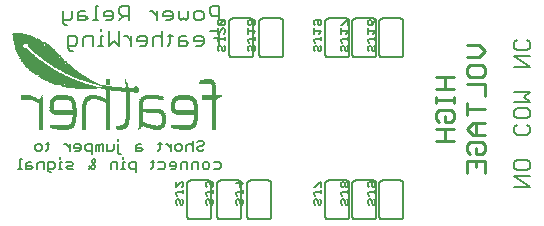
<source format=gbr>
G04 EAGLE Gerber RS-274X export*
G75*
%MOMM*%
%FSLAX34Y34*%
%LPD*%
%INSilkscreen Bottom*%
%IPPOS*%
%AMOC8*
5,1,8,0,0,1.08239X$1,22.5*%
G01*
%ADD10C,0.254000*%
%ADD11C,0.203200*%
%ADD12C,0.152400*%
%ADD13R,0.182878X0.020319*%
%ADD14R,0.792478X0.020322*%
%ADD15R,0.447041X0.020322*%
%ADD16R,0.792481X0.020322*%
%ADD17R,0.325122X0.020319*%
%ADD18R,1.097278X0.020319*%
%ADD19R,0.629919X0.020319*%
%ADD20R,0.020319X0.020319*%
%ADD21R,0.568963X0.020319*%
%ADD22R,0.325119X0.020319*%
%ADD23R,1.097281X0.020319*%
%ADD24R,0.325122X0.020322*%
%ADD25R,1.300478X0.020322*%
%ADD26R,0.751841X0.020322*%
%ADD27R,0.040641X0.020322*%
%ADD28R,0.670563X0.020322*%
%ADD29R,0.325119X0.020322*%
%ADD30R,1.300481X0.020322*%
%ADD31R,1.442719X0.020319*%
%ADD32R,0.873759X0.020319*%
%ADD33R,0.060959X0.020319*%
%ADD34R,0.731522X0.020319*%
%ADD35R,1.442722X0.020319*%
%ADD36R,1.605278X0.020319*%
%ADD37R,0.975359X0.020319*%
%ADD38R,0.081278X0.020319*%
%ADD39R,0.772163X0.020319*%
%ADD40R,1.584963X0.020319*%
%ADD41R,1.706881X0.020322*%
%ADD42R,1.056641X0.020322*%
%ADD43R,0.101600X0.020322*%
%ADD44R,1.706878X0.020322*%
%ADD45R,1.828800X0.020319*%
%ADD46R,1.158241X0.020319*%
%ADD47R,0.121919X0.020319*%
%ADD48R,0.833122X0.020319*%
%ADD49R,1.889759X0.020322*%
%ADD50R,1.239519X0.020322*%
%ADD51R,0.121919X0.020322*%
%ADD52R,0.853441X0.020322*%
%ADD53R,1.889763X0.020322*%
%ADD54R,1.910078X0.020319*%
%ADD55R,1.300481X0.020319*%
%ADD56R,0.142241X0.020319*%
%ADD57R,0.873762X0.020319*%
%ADD58R,1.910081X0.020319*%
%ADD59R,1.930400X0.020319*%
%ADD60R,1.381759X0.020319*%
%ADD61R,0.162559X0.020319*%
%ADD62R,0.894081X0.020319*%
%ADD63R,1.950719X0.020322*%
%ADD64R,1.463041X0.020322*%
%ADD65R,0.182878X0.020322*%
%ADD66R,0.914400X0.020322*%
%ADD67R,1.950722X0.020322*%
%ADD68R,1.971041X0.020319*%
%ADD69R,1.524000X0.020319*%
%ADD70R,0.203200X0.020319*%
%ADD71R,0.934722X0.020319*%
%ADD72R,1.991359X0.020322*%
%ADD73R,1.584959X0.020322*%
%ADD74R,0.223519X0.020322*%
%ADD75R,0.934719X0.020322*%
%ADD76R,1.991363X0.020322*%
%ADD77R,2.011678X0.020319*%
%ADD78R,1.625600X0.020319*%
%ADD79R,0.243841X0.020319*%
%ADD80R,0.853441X0.020319*%
%ADD81R,2.011681X0.020319*%
%ADD82R,2.032000X0.020319*%
%ADD83R,1.706881X0.020319*%
%ADD84R,0.264159X0.020319*%
%ADD85R,0.751841X0.020319*%
%ADD86R,2.032000X0.020322*%
%ADD87R,0.568959X0.020322*%
%ADD88R,1.036322X0.020322*%
%ADD89R,0.284478X0.020322*%
%ADD90R,0.690881X0.020322*%
%ADD91R,0.548641X0.020319*%
%ADD92R,0.528319X0.020319*%
%ADD93R,0.487678X0.020319*%
%ADD94R,0.914400X0.020319*%
%ADD95R,0.284478X0.020319*%
%ADD96R,0.589281X0.020319*%
%ADD97R,0.528322X0.020319*%
%ADD98R,0.487678X0.020322*%
%ADD99R,1.158241X0.020322*%
%ADD100R,0.528319X0.020322*%
%ADD101R,0.487681X0.020322*%
%ADD102R,0.284481X0.020322*%
%ADD103R,0.467363X0.020319*%
%ADD104R,0.101600X0.020319*%
%ADD105R,0.426722X0.020319*%
%ADD106R,1.056641X0.020319*%
%ADD107R,0.467359X0.020319*%
%ADD108R,0.406400X0.020319*%
%ADD109R,0.447041X0.020319*%
%ADD110R,0.426719X0.020319*%
%ADD111R,0.406400X0.020322*%
%ADD112R,0.386081X0.020322*%
%ADD113R,0.894078X0.020322*%
%ADD114R,0.386081X0.020319*%
%ADD115R,0.365759X0.020319*%
%ADD116R,0.812800X0.020319*%
%ADD117R,0.386078X0.020322*%
%ADD118R,0.365759X0.020322*%
%ADD119R,0.670559X0.020319*%
%ADD120R,0.345438X0.020319*%
%ADD121R,0.609600X0.020319*%
%ADD122R,0.345438X0.020322*%
%ADD123R,0.548641X0.020322*%
%ADD124R,0.365762X0.020322*%
%ADD125R,0.345441X0.020319*%
%ADD126R,0.345441X0.020322*%
%ADD127R,0.426719X0.020322*%
%ADD128R,0.304800X0.020319*%
%ADD129R,0.304800X0.020322*%
%ADD130R,1.727200X0.020322*%
%ADD131R,1.849122X0.020319*%
%ADD132R,1.849119X0.020319*%
%ADD133R,1.971041X0.020322*%
%ADD134R,1.971037X0.020322*%
%ADD135R,2.052322X0.020322*%
%ADD136R,0.467363X0.020322*%
%ADD137R,2.052319X0.020322*%
%ADD138R,2.092959X0.020319*%
%ADD139R,2.113281X0.020319*%
%ADD140R,0.589278X0.020319*%
%ADD141R,2.113278X0.020319*%
%ADD142R,2.133600X0.020322*%
%ADD143R,2.153922X0.020319*%
%ADD144R,1.198881X0.020319*%
%ADD145R,2.153919X0.020319*%
%ADD146R,2.174241X0.020322*%
%ADD147R,1.503678X0.020322*%
%ADD148R,2.174238X0.020322*%
%ADD149R,2.194559X0.020319*%
%ADD150R,2.214881X0.020322*%
%ADD151R,2.072641X0.020322*%
%ADD152R,2.214878X0.020322*%
%ADD153R,2.214881X0.020319*%
%ADD154R,2.052319X0.020319*%
%ADD155R,2.214878X0.020319*%
%ADD156R,2.235200X0.020322*%
%ADD157R,0.508000X0.020319*%
%ADD158R,0.426722X0.020322*%
%ADD159R,1.869441X0.020322*%
%ADD160R,1.808478X0.020319*%
%ADD161R,1.747519X0.020319*%
%ADD162R,1.625600X0.020322*%
%ADD163R,0.487681X0.020319*%
%ADD164R,0.467359X0.020322*%
%ADD165R,0.365762X0.020319*%
%ADD166R,0.629919X0.020322*%
%ADD167R,0.386078X0.020319*%
%ADD168R,0.711200X0.020319*%
%ADD169R,0.670559X0.020322*%
%ADD170R,0.772159X0.020322*%
%ADD171R,0.731519X0.020319*%
%ADD172R,0.447038X0.020322*%
%ADD173R,0.873759X0.020322*%
%ADD174R,0.955041X0.020319*%
%ADD175R,0.568959X0.020319*%
%ADD176R,0.548638X0.020319*%
%ADD177R,1.178559X0.020322*%
%ADD178R,0.650241X0.020322*%
%ADD179R,0.995678X0.020322*%
%ADD180R,0.508000X0.020322*%
%ADD181R,1.219200X0.020319*%
%ADD182R,1.402081X0.020319*%
%ADD183R,1.910078X0.020322*%
%ADD184R,1.910081X0.020322*%
%ADD185R,0.243841X0.020322*%
%ADD186R,1.361441X0.020322*%
%ADD187R,1.280159X0.020319*%
%ADD188R,1.869441X0.020319*%
%ADD189R,1.645922X0.020319*%
%ADD190R,0.223519X0.020319*%
%ADD191R,1.341122X0.020319*%
%ADD192R,1.320800X0.020319*%
%ADD193R,1.584959X0.020319*%
%ADD194R,1.341119X0.020322*%
%ADD195R,1.808478X0.020322*%
%ADD196R,1.524000X0.020322*%
%ADD197R,1.808481X0.020322*%
%ADD198R,0.203200X0.020322*%
%ADD199R,1.259841X0.020322*%
%ADD200R,1.767841X0.020319*%
%ADD201R,1.483359X0.020319*%
%ADD202R,1.767838X0.020319*%
%ADD203R,0.182881X0.020319*%
%ADD204R,1.402081X0.020322*%
%ADD205R,1.849119X0.020322*%
%ADD206R,1.422400X0.020322*%
%ADD207R,0.162559X0.020322*%
%ADD208R,1.178562X0.020322*%
%ADD209R,1.686559X0.020319*%
%ADD210R,1.361441X0.020319*%
%ADD211R,1.686563X0.020319*%
%ADD212R,1.137922X0.020319*%
%ADD213R,1.300478X0.020319*%
%ADD214R,1.605281X0.020319*%
%ADD215R,1.503681X0.020322*%
%ADD216R,1.564641X0.020322*%
%ADD217R,1.788159X0.020322*%
%ADD218R,1.219200X0.020322*%
%ADD219R,1.564638X0.020322*%
%ADD220R,1.544319X0.020319*%
%ADD221R,1.137919X0.020319*%
%ADD222R,1.483363X0.020319*%
%ADD223R,0.081281X0.020319*%
%ADD224R,1.016000X0.020319*%
%ADD225R,1.402078X0.020322*%
%ADD226R,1.666241X0.020322*%
%ADD227R,1.381759X0.020322*%
%ADD228R,0.081281X0.020322*%
%ADD229R,0.955041X0.020322*%
%ADD230R,1.564638X0.020319*%
%ADD231R,1.645919X0.020319*%
%ADD232R,1.178559X0.020319*%
%ADD233R,0.040641X0.020319*%
%ADD234R,0.975359X0.020322*%
%ADD235R,1.239522X0.020322*%
%ADD236R,0.020319X0.020322*%
%ADD237R,0.772163X0.020322*%
%ADD238R,0.670563X0.020319*%
%ADD239R,1.036322X0.020319*%
%ADD240R,0.182881X0.020322*%
%ADD241R,1.117600X0.020319*%
%ADD242R,2.336800X0.020319*%
%ADD243R,2.479038X0.020322*%
%ADD244R,2.824478X0.020319*%
%ADD245R,2.824478X0.020322*%
%ADD246R,2.824481X0.020319*%
%ADD247R,2.946400X0.020319*%
%ADD248R,3.048000X0.020322*%
%ADD249R,0.264159X0.020322*%
%ADD250R,3.149600X0.020319*%
%ADD251R,2.438400X0.020322*%
%ADD252R,0.284481X0.020319*%
%ADD253R,3.962400X0.020319*%
%ADD254R,1.564641X0.020319*%
%ADD255R,1.950719X0.020319*%
%ADD256R,0.264163X0.020322*%
%ADD257R,1.076959X0.020322*%
%ADD258R,0.589281X0.020322*%
%ADD259R,0.264163X0.020319*%
%ADD260R,0.792478X0.020319*%
%ADD261R,1.666241X0.020319*%
%ADD262R,0.833119X0.020319*%
%ADD263R,1.544322X0.020322*%
%ADD264R,1.036319X0.020322*%
%ADD265R,1.239519X0.020319*%
%ADD266R,1.259838X0.020319*%
%ADD267R,1.422400X0.020319*%
%ADD268R,0.223522X0.020322*%
%ADD269R,2.722881X0.020322*%
%ADD270R,0.223522X0.020319*%
%ADD271R,2.702559X0.020319*%
%ADD272R,2.580641X0.020322*%
%ADD273R,2.438400X0.020319*%
%ADD274R,2.275841X0.020319*%
%ADD275R,0.142241X0.020322*%
%ADD276R,2.153922X0.020322*%
%ADD277R,0.142238X0.020322*%
%ADD278R,0.162562X0.020319*%
%ADD279R,0.792481X0.020319*%
%ADD280R,1.544319X0.020322*%
%ADD281R,0.975363X0.020322*%
%ADD282R,1.341122X0.020322*%
%ADD283R,1.280159X0.020322*%
%ADD284R,0.121922X0.020319*%
%ADD285R,1.239522X0.020319*%
%ADD286R,1.361438X0.020319*%
%ADD287R,0.121922X0.020322*%
%ADD288R,2.397759X0.020322*%
%ADD289R,2.255519X0.020319*%
%ADD290R,1.991359X0.020319*%
%ADD291R,2.600959X0.020319*%
%ADD292R,1.198878X0.020322*%
%ADD293R,0.060963X0.020319*%
%ADD294R,1.158238X0.020322*%
%ADD295R,0.060963X0.020322*%
%ADD296R,0.589278X0.020322*%
%ADD297R,2.580641X0.020319*%
%ADD298R,0.650241X0.020319*%
%ADD299R,2.560322X0.020319*%
%ADD300R,2.560322X0.020322*%
%ADD301R,0.020322X0.020319*%
%ADD302R,0.690881X0.020319*%
%ADD303R,2.540000X0.020319*%
%ADD304R,0.020322X0.020322*%
%ADD305R,0.731519X0.020322*%
%ADD306R,2.540000X0.020322*%
%ADD307R,0.751838X0.020319*%
%ADD308R,2.519681X0.020319*%
%ADD309R,2.499359X0.020322*%
%ADD310R,2.479041X0.020319*%
%ADD311R,0.812800X0.020322*%
%ADD312R,2.479041X0.020322*%
%ADD313R,0.853438X0.020319*%
%ADD314R,2.458719X0.020319*%
%ADD315R,0.873762X0.020322*%
%ADD316R,2.458719X0.020322*%
%ADD317R,0.894078X0.020319*%
%ADD318R,0.934719X0.020319*%
%ADD319R,2.397763X0.020319*%
%ADD320R,2.397759X0.020319*%
%ADD321R,1.016000X0.020322*%
%ADD322R,2.377441X0.020322*%
%ADD323R,1.036319X0.020319*%
%ADD324R,2.072641X0.020319*%
%ADD325R,1.930400X0.020322*%
%ADD326R,1.808481X0.020319*%
%ADD327R,1.686559X0.020322*%
%ADD328R,1.137919X0.020322*%
%ADD329R,1.076959X0.020319*%
%ADD330R,1.056638X0.020319*%
%ADD331R,1.198878X0.020319*%
%ADD332R,1.137922X0.020322*%
%ADD333R,2.255522X0.020322*%
%ADD334R,1.158238X0.020319*%
%ADD335R,2.235200X0.020319*%
%ADD336R,1.076963X0.020322*%
%ADD337R,2.194559X0.020322*%
%ADD338R,2.174238X0.020319*%
%ADD339R,0.060959X0.020322*%
%ADD340R,1.280163X0.020319*%
%ADD341R,1.320800X0.020322*%
%ADD342R,2.113278X0.020322*%
%ADD343R,2.092963X0.020319*%
%ADD344R,1.361438X0.020322*%
%ADD345R,1.402078X0.020319*%
%ADD346R,2.072637X0.020319*%
%ADD347R,2.052322X0.020319*%
%ADD348R,1.442719X0.020322*%
%ADD349R,2.011681X0.020322*%
%ADD350R,1.463041X0.020319*%
%ADD351R,1.483359X0.020322*%
%ADD352R,1.463037X0.020319*%
%ADD353R,1.503678X0.020319*%
%ADD354R,1.117600X0.020322*%
%ADD355R,1.889759X0.020319*%
%ADD356R,1.869438X0.020319*%
%ADD357R,1.849122X0.020322*%
%ADD358R,1.280163X0.020322*%
%ADD359R,1.788159X0.020319*%
%ADD360R,1.767841X0.020322*%
%ADD361R,0.142238X0.020319*%
%ADD362R,1.463037X0.020322*%
%ADD363R,0.995681X0.020319*%
%ADD364R,0.081278X0.020322*%
%ADD365R,1.503681X0.020319*%
%ADD366R,1.544322X0.020319*%
%ADD367R,1.645919X0.020322*%
%ADD368R,1.605281X0.020322*%
%ADD369R,1.727200X0.020319*%
%ADD370R,0.162562X0.020322*%
%ADD371R,1.584963X0.020322*%
%ADD372R,1.605278X0.020322*%
%ADD373R,1.381763X0.020319*%
%ADD374R,1.666238X0.020319*%
%ADD375R,1.341119X0.020319*%
%ADD376R,1.828800X0.020322*%
%ADD377R,1.198881X0.020322*%
%ADD378R,1.056638X0.020322*%
%ADD379R,0.772159X0.020319*%
%ADD380R,1.097281X0.020322*%
%ADD381R,1.076963X0.020319*%
%ADD382R,1.259841X0.020319*%
%ADD383R,0.609600X0.020322*%
%ADD384R,0.731522X0.020322*%
%ADD385R,0.711200X0.020322*%
%ADD386R,0.690878X0.020319*%
%ADD387R,0.690878X0.020322*%
%ADD388R,0.243838X0.020319*%
%ADD389R,0.934722X0.020322*%
%ADD390R,2.133600X0.020319*%
%ADD391R,2.113281X0.020322*%
%ADD392R,2.072637X0.020322*%
%ADD393R,2.011678X0.020322*%
%ADD394R,1.950722X0.020319*%
%ADD395R,1.706878X0.020319*%
%ADD396R,1.483363X0.020322*%
%ADD397R,0.528322X0.020322*%


D10*
X380365Y144315D02*
X365112Y144315D01*
X372739Y144315D02*
X372739Y134146D01*
X380365Y134146D02*
X365112Y134146D01*
X380365Y127943D02*
X380365Y122859D01*
X380365Y125401D02*
X365112Y125401D01*
X365112Y127943D02*
X365112Y122859D01*
X365112Y109402D02*
X367654Y106860D01*
X365112Y109402D02*
X365112Y114487D01*
X367654Y117029D01*
X377823Y117029D01*
X380365Y114487D01*
X380365Y109402D01*
X377823Y106860D01*
X372739Y106860D01*
X372739Y111944D01*
X380365Y100657D02*
X365112Y100657D01*
X372739Y100657D02*
X372739Y90488D01*
X380365Y90488D02*
X365112Y90488D01*
X391782Y171601D02*
X401951Y171601D01*
X407035Y166516D01*
X401951Y161432D01*
X391782Y161432D01*
X391782Y152687D02*
X391782Y147603D01*
X391782Y152687D02*
X394324Y155229D01*
X404493Y155229D01*
X407035Y152687D01*
X407035Y147603D01*
X404493Y145060D01*
X394324Y145060D01*
X391782Y147603D01*
X391782Y138857D02*
X407035Y138857D01*
X407035Y128689D01*
X407035Y117402D02*
X391782Y117402D01*
X391782Y122486D02*
X391782Y112317D01*
X396866Y106114D02*
X407035Y106114D01*
X396866Y106114D02*
X391782Y101030D01*
X396866Y95946D01*
X407035Y95946D01*
X399409Y95946D02*
X399409Y106114D01*
X391782Y82116D02*
X394324Y79574D01*
X391782Y82116D02*
X391782Y87201D01*
X394324Y89743D01*
X404493Y89743D01*
X407035Y87201D01*
X407035Y82116D01*
X404493Y79574D01*
X399409Y79574D01*
X399409Y84658D01*
X391782Y73371D02*
X391782Y63203D01*
X391782Y73371D02*
X407035Y73371D01*
X407035Y63203D01*
X399409Y68287D02*
X399409Y73371D01*
D11*
X442562Y104350D02*
X444765Y102146D01*
X444765Y97740D01*
X442562Y95537D01*
X433749Y95537D01*
X431546Y97740D01*
X431546Y102146D01*
X433749Y104350D01*
X444765Y111773D02*
X444765Y116179D01*
X444765Y111773D02*
X442562Y109570D01*
X433749Y109570D01*
X431546Y111773D01*
X431546Y116179D01*
X433749Y118382D01*
X442562Y118382D01*
X444765Y116179D01*
X444765Y123602D02*
X431546Y123602D01*
X440359Y128009D02*
X444765Y123602D01*
X440359Y128009D02*
X444765Y132415D01*
X431546Y132415D01*
X431546Y153353D02*
X444765Y153353D01*
X431546Y162166D01*
X444765Y162166D01*
X444765Y173996D02*
X442562Y176199D01*
X444765Y173996D02*
X444765Y169589D01*
X442562Y167386D01*
X433749Y167386D01*
X431546Y169589D01*
X431546Y173996D01*
X433749Y176199D01*
X431546Y51753D02*
X444765Y51753D01*
X431546Y60566D01*
X444765Y60566D01*
X444765Y67989D02*
X444765Y72396D01*
X444765Y67989D02*
X442562Y65786D01*
X433749Y65786D01*
X431546Y67989D01*
X431546Y72396D01*
X433749Y74599D01*
X442562Y74599D01*
X444765Y72396D01*
X181864Y192532D02*
X181864Y204734D01*
X175763Y204734D01*
X173729Y202701D01*
X173729Y198633D01*
X175763Y196599D01*
X181864Y196599D01*
X166733Y192532D02*
X162666Y192532D01*
X160632Y194566D01*
X160632Y198633D01*
X162666Y200667D01*
X166733Y200667D01*
X168767Y198633D01*
X168767Y194566D01*
X166733Y192532D01*
X155670Y194566D02*
X155670Y200667D01*
X155670Y194566D02*
X153636Y192532D01*
X151602Y194566D01*
X149568Y192532D01*
X147535Y194566D01*
X147535Y200667D01*
X140539Y192532D02*
X136471Y192532D01*
X140539Y192532D02*
X142572Y194566D01*
X142572Y198633D01*
X140539Y200667D01*
X136471Y200667D01*
X134437Y198633D01*
X134437Y196599D01*
X142572Y196599D01*
X129475Y192532D02*
X129475Y200667D01*
X125408Y200667D02*
X129475Y196599D01*
X125408Y200667D02*
X123374Y200667D01*
X105463Y204734D02*
X105463Y192532D01*
X105463Y204734D02*
X99362Y204734D01*
X97328Y202701D01*
X97328Y198633D01*
X99362Y196599D01*
X105463Y196599D01*
X101396Y196599D02*
X97328Y192532D01*
X90332Y192532D02*
X86265Y192532D01*
X90332Y192532D02*
X92366Y194566D01*
X92366Y198633D01*
X90332Y200667D01*
X86265Y200667D01*
X84231Y198633D01*
X84231Y196599D01*
X92366Y196599D01*
X79269Y204734D02*
X77235Y204734D01*
X77235Y192532D01*
X79269Y192532D02*
X75201Y192532D01*
X68504Y200667D02*
X64436Y200667D01*
X62402Y198633D01*
X62402Y192532D01*
X68504Y192532D01*
X70537Y194566D01*
X68504Y196599D01*
X62402Y196599D01*
X57440Y194566D02*
X57440Y200667D01*
X57440Y194566D02*
X55406Y192532D01*
X49305Y192532D01*
X49305Y190498D02*
X49305Y200667D01*
X49305Y190498D02*
X51339Y188465D01*
X53373Y188465D01*
X181864Y183398D02*
X181864Y171196D01*
X181864Y183398D02*
X173729Y183398D01*
X177797Y177297D02*
X181864Y177297D01*
X166733Y171196D02*
X162666Y171196D01*
X166733Y171196D02*
X168767Y173230D01*
X168767Y177297D01*
X166733Y179331D01*
X162666Y179331D01*
X160632Y177297D01*
X160632Y175263D01*
X168767Y175263D01*
X153636Y179331D02*
X149568Y179331D01*
X147535Y177297D01*
X147535Y171196D01*
X153636Y171196D01*
X155670Y173230D01*
X153636Y175263D01*
X147535Y175263D01*
X140539Y173230D02*
X140539Y181365D01*
X140539Y173230D02*
X138505Y171196D01*
X138505Y179331D02*
X142572Y179331D01*
X133841Y183398D02*
X133841Y171196D01*
X133841Y177297D02*
X131807Y179331D01*
X127740Y179331D01*
X125706Y177297D01*
X125706Y171196D01*
X118710Y171196D02*
X114642Y171196D01*
X118710Y171196D02*
X120744Y173230D01*
X120744Y177297D01*
X118710Y179331D01*
X114642Y179331D01*
X112609Y177297D01*
X112609Y175263D01*
X120744Y175263D01*
X107646Y171196D02*
X107646Y179331D01*
X103579Y179331D02*
X107646Y175263D01*
X103579Y179331D02*
X101545Y179331D01*
X96732Y183398D02*
X96732Y171196D01*
X92664Y175263D01*
X88597Y171196D01*
X88597Y183398D01*
X83635Y179331D02*
X81601Y179331D01*
X81601Y171196D01*
X83635Y171196D02*
X79567Y171196D01*
X81601Y183398D02*
X81601Y185432D01*
X74903Y179331D02*
X74903Y171196D01*
X74903Y179331D02*
X68802Y179331D01*
X66768Y177297D01*
X66768Y171196D01*
X57738Y167129D02*
X55705Y167129D01*
X53671Y169162D01*
X53671Y179331D01*
X59772Y179331D01*
X61806Y177297D01*
X61806Y173230D01*
X59772Y171196D01*
X53671Y171196D01*
D12*
X163278Y89245D02*
X164719Y90685D01*
X167600Y90685D01*
X169040Y89245D01*
X169040Y87804D01*
X167600Y86364D01*
X164719Y86364D01*
X163278Y84923D01*
X163278Y83483D01*
X164719Y82042D01*
X167600Y82042D01*
X169040Y83483D01*
X159685Y82042D02*
X159685Y90685D01*
X158245Y87804D02*
X159685Y86364D01*
X158245Y87804D02*
X155364Y87804D01*
X153923Y86364D01*
X153923Y82042D01*
X148889Y82042D02*
X146008Y82042D01*
X144568Y83483D01*
X144568Y86364D01*
X146008Y87804D01*
X148889Y87804D01*
X150330Y86364D01*
X150330Y83483D01*
X148889Y82042D01*
X140975Y82042D02*
X140975Y87804D01*
X140975Y84923D02*
X138094Y87804D01*
X136653Y87804D01*
X131738Y89245D02*
X131738Y83483D01*
X130298Y82042D01*
X130298Y87804D02*
X133179Y87804D01*
X116146Y87804D02*
X113265Y87804D01*
X111825Y86364D01*
X111825Y82042D01*
X116146Y82042D01*
X117587Y83483D01*
X116146Y84923D01*
X111825Y84923D01*
X98877Y79161D02*
X97436Y79161D01*
X95995Y80601D01*
X95995Y87804D01*
X95995Y90685D02*
X95995Y92126D01*
X92640Y87804D02*
X92640Y83483D01*
X91199Y82042D01*
X86877Y82042D01*
X86877Y87804D01*
X83285Y87804D02*
X83285Y82042D01*
X83285Y87804D02*
X81844Y87804D01*
X80403Y86364D01*
X80403Y82042D01*
X80403Y86364D02*
X78963Y87804D01*
X77522Y86364D01*
X77522Y82042D01*
X73929Y79161D02*
X73929Y87804D01*
X69608Y87804D01*
X68167Y86364D01*
X68167Y83483D01*
X69608Y82042D01*
X73929Y82042D01*
X63134Y82042D02*
X60252Y82042D01*
X63134Y82042D02*
X64574Y83483D01*
X64574Y86364D01*
X63134Y87804D01*
X60252Y87804D01*
X58812Y86364D01*
X58812Y84923D01*
X64574Y84923D01*
X55219Y82042D02*
X55219Y87804D01*
X55219Y84923D02*
X52338Y87804D01*
X50897Y87804D01*
X36627Y89245D02*
X36627Y83483D01*
X35187Y82042D01*
X35187Y87804D02*
X38068Y87804D01*
X30390Y82042D02*
X27509Y82042D01*
X26069Y83483D01*
X26069Y86364D01*
X27509Y87804D01*
X30390Y87804D01*
X31831Y86364D01*
X31831Y83483D01*
X30390Y82042D01*
X177311Y72564D02*
X181633Y72564D01*
X183073Y71124D01*
X183073Y68243D01*
X181633Y66802D01*
X177311Y66802D01*
X172277Y66802D02*
X169396Y66802D01*
X167956Y68243D01*
X167956Y71124D01*
X169396Y72564D01*
X172277Y72564D01*
X173718Y71124D01*
X173718Y68243D01*
X172277Y66802D01*
X164363Y66802D02*
X164363Y72564D01*
X160041Y72564D01*
X158601Y71124D01*
X158601Y66802D01*
X155008Y66802D02*
X155008Y72564D01*
X150686Y72564D01*
X149245Y71124D01*
X149245Y66802D01*
X144212Y66802D02*
X141331Y66802D01*
X144212Y66802D02*
X145652Y68243D01*
X145652Y71124D01*
X144212Y72564D01*
X141331Y72564D01*
X139890Y71124D01*
X139890Y69683D01*
X145652Y69683D01*
X134857Y72564D02*
X130535Y72564D01*
X134857Y72564D02*
X136297Y71124D01*
X136297Y68243D01*
X134857Y66802D01*
X130535Y66802D01*
X125501Y68243D02*
X125501Y74005D01*
X125501Y68243D02*
X124061Y66802D01*
X124061Y72564D02*
X126942Y72564D01*
X111350Y72564D02*
X111350Y63921D01*
X111350Y72564D02*
X107028Y72564D01*
X105588Y71124D01*
X105588Y68243D01*
X107028Y66802D01*
X111350Y66802D01*
X101995Y72564D02*
X100554Y72564D01*
X100554Y66802D01*
X99114Y66802D02*
X101995Y66802D01*
X100554Y75445D02*
X100554Y76886D01*
X95758Y72564D02*
X95758Y66802D01*
X95758Y72564D02*
X91436Y72564D01*
X89996Y71124D01*
X89996Y66802D01*
X74167Y66802D02*
X71285Y69683D01*
X74167Y66802D02*
X75607Y66802D01*
X77048Y68243D01*
X77048Y69683D01*
X74167Y72564D01*
X74167Y74005D01*
X75607Y75445D01*
X77048Y74005D01*
X77048Y72564D01*
X71285Y66802D01*
X58337Y66802D02*
X54016Y66802D01*
X52575Y68243D01*
X54016Y69683D01*
X56897Y69683D01*
X58337Y71124D01*
X56897Y72564D01*
X52575Y72564D01*
X48982Y72564D02*
X47542Y72564D01*
X47542Y66802D01*
X48982Y66802D02*
X46101Y66802D01*
X47542Y75445D02*
X47542Y76886D01*
X39864Y63921D02*
X38424Y63921D01*
X36983Y65361D01*
X36983Y72564D01*
X41305Y72564D01*
X42745Y71124D01*
X42745Y68243D01*
X41305Y66802D01*
X36983Y66802D01*
X33390Y66802D02*
X33390Y72564D01*
X29069Y72564D01*
X27628Y71124D01*
X27628Y66802D01*
X22594Y72564D02*
X19713Y72564D01*
X18273Y71124D01*
X18273Y66802D01*
X22594Y66802D01*
X24035Y68243D01*
X22594Y69683D01*
X18273Y69683D01*
X14680Y75445D02*
X13239Y75445D01*
X13239Y66802D01*
X11799Y66802D02*
X14680Y66802D01*
D11*
X175260Y54610D02*
X175260Y26670D01*
X157480Y24130D02*
X157380Y24132D01*
X157281Y24138D01*
X157181Y24148D01*
X157083Y24161D01*
X156984Y24179D01*
X156887Y24200D01*
X156791Y24225D01*
X156695Y24254D01*
X156601Y24287D01*
X156508Y24323D01*
X156417Y24363D01*
X156327Y24407D01*
X156239Y24454D01*
X156153Y24504D01*
X156069Y24558D01*
X155987Y24615D01*
X155908Y24675D01*
X155830Y24739D01*
X155756Y24805D01*
X155684Y24874D01*
X155615Y24946D01*
X155549Y25020D01*
X155485Y25098D01*
X155425Y25177D01*
X155368Y25259D01*
X155314Y25343D01*
X155264Y25429D01*
X155217Y25517D01*
X155173Y25607D01*
X155133Y25698D01*
X155097Y25791D01*
X155064Y25885D01*
X155035Y25981D01*
X155010Y26077D01*
X154989Y26174D01*
X154971Y26273D01*
X154958Y26371D01*
X154948Y26471D01*
X154942Y26570D01*
X154940Y26670D01*
X154940Y54610D02*
X154942Y54710D01*
X154948Y54809D01*
X154958Y54909D01*
X154971Y55007D01*
X154989Y55106D01*
X155010Y55203D01*
X155035Y55299D01*
X155064Y55395D01*
X155097Y55489D01*
X155133Y55582D01*
X155173Y55673D01*
X155217Y55763D01*
X155264Y55851D01*
X155314Y55937D01*
X155368Y56021D01*
X155425Y56103D01*
X155485Y56182D01*
X155549Y56260D01*
X155615Y56334D01*
X155684Y56406D01*
X155756Y56475D01*
X155830Y56541D01*
X155908Y56605D01*
X155987Y56665D01*
X156069Y56722D01*
X156153Y56776D01*
X156239Y56826D01*
X156327Y56873D01*
X156417Y56917D01*
X156508Y56957D01*
X156601Y56993D01*
X156695Y57026D01*
X156791Y57055D01*
X156887Y57080D01*
X156984Y57101D01*
X157083Y57119D01*
X157181Y57132D01*
X157281Y57142D01*
X157380Y57148D01*
X157480Y57150D01*
X172720Y57150D02*
X172820Y57148D01*
X172919Y57142D01*
X173019Y57132D01*
X173117Y57119D01*
X173216Y57101D01*
X173313Y57080D01*
X173409Y57055D01*
X173505Y57026D01*
X173599Y56993D01*
X173692Y56957D01*
X173783Y56917D01*
X173873Y56873D01*
X173961Y56826D01*
X174047Y56776D01*
X174131Y56722D01*
X174213Y56665D01*
X174292Y56605D01*
X174370Y56541D01*
X174444Y56475D01*
X174516Y56406D01*
X174585Y56334D01*
X174651Y56260D01*
X174715Y56182D01*
X174775Y56103D01*
X174832Y56021D01*
X174886Y55937D01*
X174936Y55851D01*
X174983Y55763D01*
X175027Y55673D01*
X175067Y55582D01*
X175103Y55489D01*
X175136Y55395D01*
X175165Y55299D01*
X175190Y55203D01*
X175211Y55106D01*
X175229Y55007D01*
X175242Y54909D01*
X175252Y54809D01*
X175258Y54710D01*
X175260Y54610D01*
X175260Y26670D02*
X175258Y26570D01*
X175252Y26471D01*
X175242Y26371D01*
X175229Y26273D01*
X175211Y26174D01*
X175190Y26077D01*
X175165Y25981D01*
X175136Y25885D01*
X175103Y25791D01*
X175067Y25698D01*
X175027Y25607D01*
X174983Y25517D01*
X174936Y25429D01*
X174886Y25343D01*
X174832Y25259D01*
X174775Y25177D01*
X174715Y25098D01*
X174651Y25020D01*
X174585Y24946D01*
X174516Y24874D01*
X174444Y24805D01*
X174370Y24739D01*
X174292Y24675D01*
X174213Y24615D01*
X174131Y24558D01*
X174047Y24504D01*
X173961Y24454D01*
X173873Y24407D01*
X173783Y24363D01*
X173692Y24323D01*
X173599Y24287D01*
X173505Y24254D01*
X173409Y24225D01*
X173313Y24200D01*
X173216Y24179D01*
X173117Y24161D01*
X173019Y24148D01*
X172919Y24138D01*
X172820Y24132D01*
X172720Y24130D01*
X157480Y24130D01*
X157480Y57150D02*
X172720Y57150D01*
X154940Y54610D02*
X154940Y26670D01*
D12*
X151644Y40034D02*
X150542Y41136D01*
X151644Y40034D02*
X151644Y37831D01*
X150542Y36730D01*
X149440Y36730D01*
X148339Y37831D01*
X148339Y40034D01*
X147237Y41136D01*
X146136Y41136D01*
X145034Y40034D01*
X145034Y37831D01*
X146136Y36730D01*
X146136Y44214D02*
X145034Y45315D01*
X145034Y46417D01*
X146136Y47519D01*
X151644Y47519D01*
X151644Y48620D02*
X151644Y46417D01*
X145034Y51698D02*
X145034Y56104D01*
X145034Y51698D02*
X149440Y56104D01*
X150542Y56104D01*
X151644Y55003D01*
X151644Y52799D01*
X150542Y51698D01*
D11*
X200660Y54610D02*
X200660Y26670D01*
X182880Y24130D02*
X182780Y24132D01*
X182681Y24138D01*
X182581Y24148D01*
X182483Y24161D01*
X182384Y24179D01*
X182287Y24200D01*
X182191Y24225D01*
X182095Y24254D01*
X182001Y24287D01*
X181908Y24323D01*
X181817Y24363D01*
X181727Y24407D01*
X181639Y24454D01*
X181553Y24504D01*
X181469Y24558D01*
X181387Y24615D01*
X181308Y24675D01*
X181230Y24739D01*
X181156Y24805D01*
X181084Y24874D01*
X181015Y24946D01*
X180949Y25020D01*
X180885Y25098D01*
X180825Y25177D01*
X180768Y25259D01*
X180714Y25343D01*
X180664Y25429D01*
X180617Y25517D01*
X180573Y25607D01*
X180533Y25698D01*
X180497Y25791D01*
X180464Y25885D01*
X180435Y25981D01*
X180410Y26077D01*
X180389Y26174D01*
X180371Y26273D01*
X180358Y26371D01*
X180348Y26471D01*
X180342Y26570D01*
X180340Y26670D01*
X180340Y54610D02*
X180342Y54710D01*
X180348Y54809D01*
X180358Y54909D01*
X180371Y55007D01*
X180389Y55106D01*
X180410Y55203D01*
X180435Y55299D01*
X180464Y55395D01*
X180497Y55489D01*
X180533Y55582D01*
X180573Y55673D01*
X180617Y55763D01*
X180664Y55851D01*
X180714Y55937D01*
X180768Y56021D01*
X180825Y56103D01*
X180885Y56182D01*
X180949Y56260D01*
X181015Y56334D01*
X181084Y56406D01*
X181156Y56475D01*
X181230Y56541D01*
X181308Y56605D01*
X181387Y56665D01*
X181469Y56722D01*
X181553Y56776D01*
X181639Y56826D01*
X181727Y56873D01*
X181817Y56917D01*
X181908Y56957D01*
X182001Y56993D01*
X182095Y57026D01*
X182191Y57055D01*
X182287Y57080D01*
X182384Y57101D01*
X182483Y57119D01*
X182581Y57132D01*
X182681Y57142D01*
X182780Y57148D01*
X182880Y57150D01*
X198120Y57150D02*
X198220Y57148D01*
X198319Y57142D01*
X198419Y57132D01*
X198517Y57119D01*
X198616Y57101D01*
X198713Y57080D01*
X198809Y57055D01*
X198905Y57026D01*
X198999Y56993D01*
X199092Y56957D01*
X199183Y56917D01*
X199273Y56873D01*
X199361Y56826D01*
X199447Y56776D01*
X199531Y56722D01*
X199613Y56665D01*
X199692Y56605D01*
X199770Y56541D01*
X199844Y56475D01*
X199916Y56406D01*
X199985Y56334D01*
X200051Y56260D01*
X200115Y56182D01*
X200175Y56103D01*
X200232Y56021D01*
X200286Y55937D01*
X200336Y55851D01*
X200383Y55763D01*
X200427Y55673D01*
X200467Y55582D01*
X200503Y55489D01*
X200536Y55395D01*
X200565Y55299D01*
X200590Y55203D01*
X200611Y55106D01*
X200629Y55007D01*
X200642Y54909D01*
X200652Y54809D01*
X200658Y54710D01*
X200660Y54610D01*
X200660Y26670D02*
X200658Y26570D01*
X200652Y26471D01*
X200642Y26371D01*
X200629Y26273D01*
X200611Y26174D01*
X200590Y26077D01*
X200565Y25981D01*
X200536Y25885D01*
X200503Y25791D01*
X200467Y25698D01*
X200427Y25607D01*
X200383Y25517D01*
X200336Y25429D01*
X200286Y25343D01*
X200232Y25259D01*
X200175Y25177D01*
X200115Y25098D01*
X200051Y25020D01*
X199985Y24946D01*
X199916Y24874D01*
X199844Y24805D01*
X199770Y24739D01*
X199692Y24675D01*
X199613Y24615D01*
X199531Y24558D01*
X199447Y24504D01*
X199361Y24454D01*
X199273Y24407D01*
X199183Y24363D01*
X199092Y24323D01*
X198999Y24287D01*
X198905Y24254D01*
X198809Y24225D01*
X198713Y24200D01*
X198616Y24179D01*
X198517Y24161D01*
X198419Y24148D01*
X198319Y24138D01*
X198220Y24132D01*
X198120Y24130D01*
X182880Y24130D01*
X182880Y57150D02*
X198120Y57150D01*
X180340Y54610D02*
X180340Y26670D01*
D12*
X177044Y40034D02*
X175942Y41136D01*
X177044Y40034D02*
X177044Y37831D01*
X175942Y36730D01*
X174840Y36730D01*
X173739Y37831D01*
X173739Y40034D01*
X172637Y41136D01*
X171536Y41136D01*
X170434Y40034D01*
X170434Y37831D01*
X171536Y36730D01*
X171536Y44214D02*
X170434Y45315D01*
X170434Y46417D01*
X171536Y47519D01*
X177044Y47519D01*
X177044Y48620D02*
X177044Y46417D01*
X175942Y51698D02*
X177044Y52799D01*
X177044Y55003D01*
X175942Y56104D01*
X174840Y56104D01*
X173739Y55003D01*
X173739Y53901D01*
X173739Y55003D02*
X172637Y56104D01*
X171536Y56104D01*
X170434Y55003D01*
X170434Y52799D01*
X171536Y51698D01*
D11*
X226060Y54610D02*
X226060Y26670D01*
X208280Y24130D02*
X208180Y24132D01*
X208081Y24138D01*
X207981Y24148D01*
X207883Y24161D01*
X207784Y24179D01*
X207687Y24200D01*
X207591Y24225D01*
X207495Y24254D01*
X207401Y24287D01*
X207308Y24323D01*
X207217Y24363D01*
X207127Y24407D01*
X207039Y24454D01*
X206953Y24504D01*
X206869Y24558D01*
X206787Y24615D01*
X206708Y24675D01*
X206630Y24739D01*
X206556Y24805D01*
X206484Y24874D01*
X206415Y24946D01*
X206349Y25020D01*
X206285Y25098D01*
X206225Y25177D01*
X206168Y25259D01*
X206114Y25343D01*
X206064Y25429D01*
X206017Y25517D01*
X205973Y25607D01*
X205933Y25698D01*
X205897Y25791D01*
X205864Y25885D01*
X205835Y25981D01*
X205810Y26077D01*
X205789Y26174D01*
X205771Y26273D01*
X205758Y26371D01*
X205748Y26471D01*
X205742Y26570D01*
X205740Y26670D01*
X205740Y54610D02*
X205742Y54710D01*
X205748Y54809D01*
X205758Y54909D01*
X205771Y55007D01*
X205789Y55106D01*
X205810Y55203D01*
X205835Y55299D01*
X205864Y55395D01*
X205897Y55489D01*
X205933Y55582D01*
X205973Y55673D01*
X206017Y55763D01*
X206064Y55851D01*
X206114Y55937D01*
X206168Y56021D01*
X206225Y56103D01*
X206285Y56182D01*
X206349Y56260D01*
X206415Y56334D01*
X206484Y56406D01*
X206556Y56475D01*
X206630Y56541D01*
X206708Y56605D01*
X206787Y56665D01*
X206869Y56722D01*
X206953Y56776D01*
X207039Y56826D01*
X207127Y56873D01*
X207217Y56917D01*
X207308Y56957D01*
X207401Y56993D01*
X207495Y57026D01*
X207591Y57055D01*
X207687Y57080D01*
X207784Y57101D01*
X207883Y57119D01*
X207981Y57132D01*
X208081Y57142D01*
X208180Y57148D01*
X208280Y57150D01*
X223520Y57150D02*
X223620Y57148D01*
X223719Y57142D01*
X223819Y57132D01*
X223917Y57119D01*
X224016Y57101D01*
X224113Y57080D01*
X224209Y57055D01*
X224305Y57026D01*
X224399Y56993D01*
X224492Y56957D01*
X224583Y56917D01*
X224673Y56873D01*
X224761Y56826D01*
X224847Y56776D01*
X224931Y56722D01*
X225013Y56665D01*
X225092Y56605D01*
X225170Y56541D01*
X225244Y56475D01*
X225316Y56406D01*
X225385Y56334D01*
X225451Y56260D01*
X225515Y56182D01*
X225575Y56103D01*
X225632Y56021D01*
X225686Y55937D01*
X225736Y55851D01*
X225783Y55763D01*
X225827Y55673D01*
X225867Y55582D01*
X225903Y55489D01*
X225936Y55395D01*
X225965Y55299D01*
X225990Y55203D01*
X226011Y55106D01*
X226029Y55007D01*
X226042Y54909D01*
X226052Y54809D01*
X226058Y54710D01*
X226060Y54610D01*
X226060Y26670D02*
X226058Y26570D01*
X226052Y26471D01*
X226042Y26371D01*
X226029Y26273D01*
X226011Y26174D01*
X225990Y26077D01*
X225965Y25981D01*
X225936Y25885D01*
X225903Y25791D01*
X225867Y25698D01*
X225827Y25607D01*
X225783Y25517D01*
X225736Y25429D01*
X225686Y25343D01*
X225632Y25259D01*
X225575Y25177D01*
X225515Y25098D01*
X225451Y25020D01*
X225385Y24946D01*
X225316Y24874D01*
X225244Y24805D01*
X225170Y24739D01*
X225092Y24675D01*
X225013Y24615D01*
X224931Y24558D01*
X224847Y24504D01*
X224761Y24454D01*
X224673Y24407D01*
X224583Y24363D01*
X224492Y24323D01*
X224399Y24287D01*
X224305Y24254D01*
X224209Y24225D01*
X224113Y24200D01*
X224016Y24179D01*
X223917Y24161D01*
X223819Y24148D01*
X223719Y24138D01*
X223620Y24132D01*
X223520Y24130D01*
X208280Y24130D01*
X208280Y57150D02*
X223520Y57150D01*
X205740Y54610D02*
X205740Y26670D01*
D12*
X202444Y40034D02*
X201342Y41136D01*
X202444Y40034D02*
X202444Y37831D01*
X201342Y36730D01*
X200240Y36730D01*
X199139Y37831D01*
X199139Y40034D01*
X198037Y41136D01*
X196936Y41136D01*
X195834Y40034D01*
X195834Y37831D01*
X196936Y36730D01*
X196936Y44214D02*
X195834Y45315D01*
X195834Y46417D01*
X196936Y47519D01*
X202444Y47519D01*
X202444Y48620D02*
X202444Y46417D01*
X202444Y55003D02*
X195834Y55003D01*
X199139Y51698D02*
X202444Y55003D01*
X199139Y56104D02*
X199139Y51698D01*
D11*
X292100Y54610D02*
X292100Y26670D01*
X274320Y24130D02*
X274220Y24132D01*
X274121Y24138D01*
X274021Y24148D01*
X273923Y24161D01*
X273824Y24179D01*
X273727Y24200D01*
X273631Y24225D01*
X273535Y24254D01*
X273441Y24287D01*
X273348Y24323D01*
X273257Y24363D01*
X273167Y24407D01*
X273079Y24454D01*
X272993Y24504D01*
X272909Y24558D01*
X272827Y24615D01*
X272748Y24675D01*
X272670Y24739D01*
X272596Y24805D01*
X272524Y24874D01*
X272455Y24946D01*
X272389Y25020D01*
X272325Y25098D01*
X272265Y25177D01*
X272208Y25259D01*
X272154Y25343D01*
X272104Y25429D01*
X272057Y25517D01*
X272013Y25607D01*
X271973Y25698D01*
X271937Y25791D01*
X271904Y25885D01*
X271875Y25981D01*
X271850Y26077D01*
X271829Y26174D01*
X271811Y26273D01*
X271798Y26371D01*
X271788Y26471D01*
X271782Y26570D01*
X271780Y26670D01*
X271780Y54610D02*
X271782Y54710D01*
X271788Y54809D01*
X271798Y54909D01*
X271811Y55007D01*
X271829Y55106D01*
X271850Y55203D01*
X271875Y55299D01*
X271904Y55395D01*
X271937Y55489D01*
X271973Y55582D01*
X272013Y55673D01*
X272057Y55763D01*
X272104Y55851D01*
X272154Y55937D01*
X272208Y56021D01*
X272265Y56103D01*
X272325Y56182D01*
X272389Y56260D01*
X272455Y56334D01*
X272524Y56406D01*
X272596Y56475D01*
X272670Y56541D01*
X272748Y56605D01*
X272827Y56665D01*
X272909Y56722D01*
X272993Y56776D01*
X273079Y56826D01*
X273167Y56873D01*
X273257Y56917D01*
X273348Y56957D01*
X273441Y56993D01*
X273535Y57026D01*
X273631Y57055D01*
X273727Y57080D01*
X273824Y57101D01*
X273923Y57119D01*
X274021Y57132D01*
X274121Y57142D01*
X274220Y57148D01*
X274320Y57150D01*
X289560Y57150D02*
X289660Y57148D01*
X289759Y57142D01*
X289859Y57132D01*
X289957Y57119D01*
X290056Y57101D01*
X290153Y57080D01*
X290249Y57055D01*
X290345Y57026D01*
X290439Y56993D01*
X290532Y56957D01*
X290623Y56917D01*
X290713Y56873D01*
X290801Y56826D01*
X290887Y56776D01*
X290971Y56722D01*
X291053Y56665D01*
X291132Y56605D01*
X291210Y56541D01*
X291284Y56475D01*
X291356Y56406D01*
X291425Y56334D01*
X291491Y56260D01*
X291555Y56182D01*
X291615Y56103D01*
X291672Y56021D01*
X291726Y55937D01*
X291776Y55851D01*
X291823Y55763D01*
X291867Y55673D01*
X291907Y55582D01*
X291943Y55489D01*
X291976Y55395D01*
X292005Y55299D01*
X292030Y55203D01*
X292051Y55106D01*
X292069Y55007D01*
X292082Y54909D01*
X292092Y54809D01*
X292098Y54710D01*
X292100Y54610D01*
X292100Y26670D02*
X292098Y26570D01*
X292092Y26471D01*
X292082Y26371D01*
X292069Y26273D01*
X292051Y26174D01*
X292030Y26077D01*
X292005Y25981D01*
X291976Y25885D01*
X291943Y25791D01*
X291907Y25698D01*
X291867Y25607D01*
X291823Y25517D01*
X291776Y25429D01*
X291726Y25343D01*
X291672Y25259D01*
X291615Y25177D01*
X291555Y25098D01*
X291491Y25020D01*
X291425Y24946D01*
X291356Y24874D01*
X291284Y24805D01*
X291210Y24739D01*
X291132Y24675D01*
X291053Y24615D01*
X290971Y24558D01*
X290887Y24504D01*
X290801Y24454D01*
X290713Y24407D01*
X290623Y24363D01*
X290532Y24323D01*
X290439Y24287D01*
X290345Y24254D01*
X290249Y24225D01*
X290153Y24200D01*
X290056Y24179D01*
X289957Y24161D01*
X289859Y24148D01*
X289759Y24138D01*
X289660Y24132D01*
X289560Y24130D01*
X274320Y24130D01*
X274320Y57150D02*
X289560Y57150D01*
X271780Y54610D02*
X271780Y26670D01*
D12*
X268484Y40034D02*
X267382Y41136D01*
X268484Y40034D02*
X268484Y37831D01*
X267382Y36730D01*
X266280Y36730D01*
X265179Y37831D01*
X265179Y40034D01*
X264077Y41136D01*
X262976Y41136D01*
X261874Y40034D01*
X261874Y37831D01*
X262976Y36730D01*
X262976Y44214D02*
X261874Y45315D01*
X261874Y46417D01*
X262976Y47519D01*
X268484Y47519D01*
X268484Y48620D02*
X268484Y46417D01*
X268484Y51698D02*
X268484Y56104D01*
X267382Y56104D01*
X262976Y51698D01*
X261874Y51698D01*
D11*
X314960Y54610D02*
X314960Y26670D01*
X297180Y24130D02*
X297080Y24132D01*
X296981Y24138D01*
X296881Y24148D01*
X296783Y24161D01*
X296684Y24179D01*
X296587Y24200D01*
X296491Y24225D01*
X296395Y24254D01*
X296301Y24287D01*
X296208Y24323D01*
X296117Y24363D01*
X296027Y24407D01*
X295939Y24454D01*
X295853Y24504D01*
X295769Y24558D01*
X295687Y24615D01*
X295608Y24675D01*
X295530Y24739D01*
X295456Y24805D01*
X295384Y24874D01*
X295315Y24946D01*
X295249Y25020D01*
X295185Y25098D01*
X295125Y25177D01*
X295068Y25259D01*
X295014Y25343D01*
X294964Y25429D01*
X294917Y25517D01*
X294873Y25607D01*
X294833Y25698D01*
X294797Y25791D01*
X294764Y25885D01*
X294735Y25981D01*
X294710Y26077D01*
X294689Y26174D01*
X294671Y26273D01*
X294658Y26371D01*
X294648Y26471D01*
X294642Y26570D01*
X294640Y26670D01*
X294640Y54610D02*
X294642Y54710D01*
X294648Y54809D01*
X294658Y54909D01*
X294671Y55007D01*
X294689Y55106D01*
X294710Y55203D01*
X294735Y55299D01*
X294764Y55395D01*
X294797Y55489D01*
X294833Y55582D01*
X294873Y55673D01*
X294917Y55763D01*
X294964Y55851D01*
X295014Y55937D01*
X295068Y56021D01*
X295125Y56103D01*
X295185Y56182D01*
X295249Y56260D01*
X295315Y56334D01*
X295384Y56406D01*
X295456Y56475D01*
X295530Y56541D01*
X295608Y56605D01*
X295687Y56665D01*
X295769Y56722D01*
X295853Y56776D01*
X295939Y56826D01*
X296027Y56873D01*
X296117Y56917D01*
X296208Y56957D01*
X296301Y56993D01*
X296395Y57026D01*
X296491Y57055D01*
X296587Y57080D01*
X296684Y57101D01*
X296783Y57119D01*
X296881Y57132D01*
X296981Y57142D01*
X297080Y57148D01*
X297180Y57150D01*
X312420Y57150D02*
X312520Y57148D01*
X312619Y57142D01*
X312719Y57132D01*
X312817Y57119D01*
X312916Y57101D01*
X313013Y57080D01*
X313109Y57055D01*
X313205Y57026D01*
X313299Y56993D01*
X313392Y56957D01*
X313483Y56917D01*
X313573Y56873D01*
X313661Y56826D01*
X313747Y56776D01*
X313831Y56722D01*
X313913Y56665D01*
X313992Y56605D01*
X314070Y56541D01*
X314144Y56475D01*
X314216Y56406D01*
X314285Y56334D01*
X314351Y56260D01*
X314415Y56182D01*
X314475Y56103D01*
X314532Y56021D01*
X314586Y55937D01*
X314636Y55851D01*
X314683Y55763D01*
X314727Y55673D01*
X314767Y55582D01*
X314803Y55489D01*
X314836Y55395D01*
X314865Y55299D01*
X314890Y55203D01*
X314911Y55106D01*
X314929Y55007D01*
X314942Y54909D01*
X314952Y54809D01*
X314958Y54710D01*
X314960Y54610D01*
X314960Y26670D02*
X314958Y26570D01*
X314952Y26471D01*
X314942Y26371D01*
X314929Y26273D01*
X314911Y26174D01*
X314890Y26077D01*
X314865Y25981D01*
X314836Y25885D01*
X314803Y25791D01*
X314767Y25698D01*
X314727Y25607D01*
X314683Y25517D01*
X314636Y25429D01*
X314586Y25343D01*
X314532Y25259D01*
X314475Y25177D01*
X314415Y25098D01*
X314351Y25020D01*
X314285Y24946D01*
X314216Y24874D01*
X314144Y24805D01*
X314070Y24739D01*
X313992Y24675D01*
X313913Y24615D01*
X313831Y24558D01*
X313747Y24504D01*
X313661Y24454D01*
X313573Y24407D01*
X313483Y24363D01*
X313392Y24323D01*
X313299Y24287D01*
X313205Y24254D01*
X313109Y24225D01*
X313013Y24200D01*
X312916Y24179D01*
X312817Y24161D01*
X312719Y24148D01*
X312619Y24138D01*
X312520Y24132D01*
X312420Y24130D01*
X297180Y24130D01*
X297180Y57150D02*
X312420Y57150D01*
X294640Y54610D02*
X294640Y26670D01*
D12*
X291344Y40034D02*
X290242Y41136D01*
X291344Y40034D02*
X291344Y37831D01*
X290242Y36730D01*
X289140Y36730D01*
X288039Y37831D01*
X288039Y40034D01*
X286937Y41136D01*
X285836Y41136D01*
X284734Y40034D01*
X284734Y37831D01*
X285836Y36730D01*
X285836Y44214D02*
X284734Y45315D01*
X284734Y46417D01*
X285836Y47519D01*
X291344Y47519D01*
X291344Y48620D02*
X291344Y46417D01*
X290242Y51698D02*
X291344Y52799D01*
X291344Y55003D01*
X290242Y56104D01*
X289140Y56104D01*
X288039Y55003D01*
X286937Y56104D01*
X285836Y56104D01*
X284734Y55003D01*
X284734Y52799D01*
X285836Y51698D01*
X286937Y51698D01*
X288039Y52799D01*
X289140Y51698D01*
X290242Y51698D01*
X288039Y52799D02*
X288039Y55003D01*
D11*
X337820Y54610D02*
X337820Y26670D01*
X320040Y24130D02*
X319940Y24132D01*
X319841Y24138D01*
X319741Y24148D01*
X319643Y24161D01*
X319544Y24179D01*
X319447Y24200D01*
X319351Y24225D01*
X319255Y24254D01*
X319161Y24287D01*
X319068Y24323D01*
X318977Y24363D01*
X318887Y24407D01*
X318799Y24454D01*
X318713Y24504D01*
X318629Y24558D01*
X318547Y24615D01*
X318468Y24675D01*
X318390Y24739D01*
X318316Y24805D01*
X318244Y24874D01*
X318175Y24946D01*
X318109Y25020D01*
X318045Y25098D01*
X317985Y25177D01*
X317928Y25259D01*
X317874Y25343D01*
X317824Y25429D01*
X317777Y25517D01*
X317733Y25607D01*
X317693Y25698D01*
X317657Y25791D01*
X317624Y25885D01*
X317595Y25981D01*
X317570Y26077D01*
X317549Y26174D01*
X317531Y26273D01*
X317518Y26371D01*
X317508Y26471D01*
X317502Y26570D01*
X317500Y26670D01*
X317500Y54610D02*
X317502Y54710D01*
X317508Y54809D01*
X317518Y54909D01*
X317531Y55007D01*
X317549Y55106D01*
X317570Y55203D01*
X317595Y55299D01*
X317624Y55395D01*
X317657Y55489D01*
X317693Y55582D01*
X317733Y55673D01*
X317777Y55763D01*
X317824Y55851D01*
X317874Y55937D01*
X317928Y56021D01*
X317985Y56103D01*
X318045Y56182D01*
X318109Y56260D01*
X318175Y56334D01*
X318244Y56406D01*
X318316Y56475D01*
X318390Y56541D01*
X318468Y56605D01*
X318547Y56665D01*
X318629Y56722D01*
X318713Y56776D01*
X318799Y56826D01*
X318887Y56873D01*
X318977Y56917D01*
X319068Y56957D01*
X319161Y56993D01*
X319255Y57026D01*
X319351Y57055D01*
X319447Y57080D01*
X319544Y57101D01*
X319643Y57119D01*
X319741Y57132D01*
X319841Y57142D01*
X319940Y57148D01*
X320040Y57150D01*
X335280Y57150D02*
X335380Y57148D01*
X335479Y57142D01*
X335579Y57132D01*
X335677Y57119D01*
X335776Y57101D01*
X335873Y57080D01*
X335969Y57055D01*
X336065Y57026D01*
X336159Y56993D01*
X336252Y56957D01*
X336343Y56917D01*
X336433Y56873D01*
X336521Y56826D01*
X336607Y56776D01*
X336691Y56722D01*
X336773Y56665D01*
X336852Y56605D01*
X336930Y56541D01*
X337004Y56475D01*
X337076Y56406D01*
X337145Y56334D01*
X337211Y56260D01*
X337275Y56182D01*
X337335Y56103D01*
X337392Y56021D01*
X337446Y55937D01*
X337496Y55851D01*
X337543Y55763D01*
X337587Y55673D01*
X337627Y55582D01*
X337663Y55489D01*
X337696Y55395D01*
X337725Y55299D01*
X337750Y55203D01*
X337771Y55106D01*
X337789Y55007D01*
X337802Y54909D01*
X337812Y54809D01*
X337818Y54710D01*
X337820Y54610D01*
X337820Y26670D02*
X337818Y26570D01*
X337812Y26471D01*
X337802Y26371D01*
X337789Y26273D01*
X337771Y26174D01*
X337750Y26077D01*
X337725Y25981D01*
X337696Y25885D01*
X337663Y25791D01*
X337627Y25698D01*
X337587Y25607D01*
X337543Y25517D01*
X337496Y25429D01*
X337446Y25343D01*
X337392Y25259D01*
X337335Y25177D01*
X337275Y25098D01*
X337211Y25020D01*
X337145Y24946D01*
X337076Y24874D01*
X337004Y24805D01*
X336930Y24739D01*
X336852Y24675D01*
X336773Y24615D01*
X336691Y24558D01*
X336607Y24504D01*
X336521Y24454D01*
X336433Y24407D01*
X336343Y24363D01*
X336252Y24323D01*
X336159Y24287D01*
X336065Y24254D01*
X335969Y24225D01*
X335873Y24200D01*
X335776Y24179D01*
X335677Y24161D01*
X335579Y24148D01*
X335479Y24138D01*
X335380Y24132D01*
X335280Y24130D01*
X320040Y24130D01*
X320040Y57150D02*
X335280Y57150D01*
X317500Y54610D02*
X317500Y26670D01*
D12*
X314204Y40034D02*
X313102Y41136D01*
X314204Y40034D02*
X314204Y37831D01*
X313102Y36730D01*
X312000Y36730D01*
X310899Y37831D01*
X310899Y40034D01*
X309797Y41136D01*
X308696Y41136D01*
X307594Y40034D01*
X307594Y37831D01*
X308696Y36730D01*
X308696Y44214D02*
X307594Y45315D01*
X307594Y46417D01*
X308696Y47519D01*
X314204Y47519D01*
X314204Y48620D02*
X314204Y46417D01*
X308696Y51698D02*
X307594Y52799D01*
X307594Y55003D01*
X308696Y56104D01*
X313102Y56104D01*
X314204Y55003D01*
X314204Y52799D01*
X313102Y51698D01*
X312000Y51698D01*
X310899Y52799D01*
X310899Y56104D01*
D11*
X337820Y163830D02*
X337820Y191770D01*
X317500Y163830D02*
X317502Y163730D01*
X317508Y163631D01*
X317518Y163531D01*
X317531Y163433D01*
X317549Y163334D01*
X317570Y163237D01*
X317595Y163141D01*
X317624Y163045D01*
X317657Y162951D01*
X317693Y162858D01*
X317733Y162767D01*
X317777Y162677D01*
X317824Y162589D01*
X317874Y162503D01*
X317928Y162419D01*
X317985Y162337D01*
X318045Y162258D01*
X318109Y162180D01*
X318175Y162106D01*
X318244Y162034D01*
X318316Y161965D01*
X318390Y161899D01*
X318468Y161835D01*
X318547Y161775D01*
X318629Y161718D01*
X318713Y161664D01*
X318799Y161614D01*
X318887Y161567D01*
X318977Y161523D01*
X319068Y161483D01*
X319161Y161447D01*
X319255Y161414D01*
X319351Y161385D01*
X319447Y161360D01*
X319544Y161339D01*
X319643Y161321D01*
X319741Y161308D01*
X319841Y161298D01*
X319940Y161292D01*
X320040Y161290D01*
X317500Y191770D02*
X317502Y191870D01*
X317508Y191969D01*
X317518Y192069D01*
X317531Y192167D01*
X317549Y192266D01*
X317570Y192363D01*
X317595Y192459D01*
X317624Y192555D01*
X317657Y192649D01*
X317693Y192742D01*
X317733Y192833D01*
X317777Y192923D01*
X317824Y193011D01*
X317874Y193097D01*
X317928Y193181D01*
X317985Y193263D01*
X318045Y193342D01*
X318109Y193420D01*
X318175Y193494D01*
X318244Y193566D01*
X318316Y193635D01*
X318390Y193701D01*
X318468Y193765D01*
X318547Y193825D01*
X318629Y193882D01*
X318713Y193936D01*
X318799Y193986D01*
X318887Y194033D01*
X318977Y194077D01*
X319068Y194117D01*
X319161Y194153D01*
X319255Y194186D01*
X319351Y194215D01*
X319447Y194240D01*
X319544Y194261D01*
X319643Y194279D01*
X319741Y194292D01*
X319841Y194302D01*
X319940Y194308D01*
X320040Y194310D01*
X335280Y194310D02*
X335380Y194308D01*
X335479Y194302D01*
X335579Y194292D01*
X335677Y194279D01*
X335776Y194261D01*
X335873Y194240D01*
X335969Y194215D01*
X336065Y194186D01*
X336159Y194153D01*
X336252Y194117D01*
X336343Y194077D01*
X336433Y194033D01*
X336521Y193986D01*
X336607Y193936D01*
X336691Y193882D01*
X336773Y193825D01*
X336852Y193765D01*
X336930Y193701D01*
X337004Y193635D01*
X337076Y193566D01*
X337145Y193494D01*
X337211Y193420D01*
X337275Y193342D01*
X337335Y193263D01*
X337392Y193181D01*
X337446Y193097D01*
X337496Y193011D01*
X337543Y192923D01*
X337587Y192833D01*
X337627Y192742D01*
X337663Y192649D01*
X337696Y192555D01*
X337725Y192459D01*
X337750Y192363D01*
X337771Y192266D01*
X337789Y192167D01*
X337802Y192069D01*
X337812Y191969D01*
X337818Y191870D01*
X337820Y191770D01*
X337820Y163830D02*
X337818Y163730D01*
X337812Y163631D01*
X337802Y163531D01*
X337789Y163433D01*
X337771Y163334D01*
X337750Y163237D01*
X337725Y163141D01*
X337696Y163045D01*
X337663Y162951D01*
X337627Y162858D01*
X337587Y162767D01*
X337543Y162677D01*
X337496Y162589D01*
X337446Y162503D01*
X337392Y162419D01*
X337335Y162337D01*
X337275Y162258D01*
X337211Y162180D01*
X337145Y162106D01*
X337076Y162034D01*
X337004Y161965D01*
X336930Y161899D01*
X336852Y161835D01*
X336773Y161775D01*
X336691Y161718D01*
X336607Y161664D01*
X336521Y161614D01*
X336433Y161567D01*
X336343Y161523D01*
X336252Y161483D01*
X336159Y161447D01*
X336065Y161414D01*
X335969Y161385D01*
X335873Y161360D01*
X335776Y161339D01*
X335677Y161321D01*
X335579Y161308D01*
X335479Y161298D01*
X335380Y161292D01*
X335280Y161290D01*
X320040Y161290D01*
X320040Y194310D02*
X335280Y194310D01*
X317500Y191770D02*
X317500Y163830D01*
D12*
X314204Y169710D02*
X313102Y170812D01*
X314204Y169710D02*
X314204Y167507D01*
X313102Y166405D01*
X312000Y166405D01*
X310899Y167507D01*
X310899Y169710D01*
X309797Y170812D01*
X308696Y170812D01*
X307594Y169710D01*
X307594Y167507D01*
X308696Y166405D01*
X308696Y173890D02*
X307594Y174991D01*
X307594Y176093D01*
X308696Y177194D01*
X314204Y177194D01*
X314204Y176093D02*
X314204Y178296D01*
X312000Y181374D02*
X314204Y183577D01*
X307594Y183577D01*
X307594Y181374D02*
X307594Y185780D01*
X313102Y191061D02*
X314204Y193264D01*
X313102Y191061D02*
X310899Y188858D01*
X308696Y188858D01*
X307594Y189959D01*
X307594Y192163D01*
X308696Y193264D01*
X309797Y193264D01*
X310899Y192163D01*
X310899Y188858D01*
D11*
X314960Y191770D02*
X314960Y163830D01*
X297180Y161290D02*
X297080Y161292D01*
X296981Y161298D01*
X296881Y161308D01*
X296783Y161321D01*
X296684Y161339D01*
X296587Y161360D01*
X296491Y161385D01*
X296395Y161414D01*
X296301Y161447D01*
X296208Y161483D01*
X296117Y161523D01*
X296027Y161567D01*
X295939Y161614D01*
X295853Y161664D01*
X295769Y161718D01*
X295687Y161775D01*
X295608Y161835D01*
X295530Y161899D01*
X295456Y161965D01*
X295384Y162034D01*
X295315Y162106D01*
X295249Y162180D01*
X295185Y162258D01*
X295125Y162337D01*
X295068Y162419D01*
X295014Y162503D01*
X294964Y162589D01*
X294917Y162677D01*
X294873Y162767D01*
X294833Y162858D01*
X294797Y162951D01*
X294764Y163045D01*
X294735Y163141D01*
X294710Y163237D01*
X294689Y163334D01*
X294671Y163433D01*
X294658Y163531D01*
X294648Y163631D01*
X294642Y163730D01*
X294640Y163830D01*
X294640Y191770D02*
X294642Y191870D01*
X294648Y191969D01*
X294658Y192069D01*
X294671Y192167D01*
X294689Y192266D01*
X294710Y192363D01*
X294735Y192459D01*
X294764Y192555D01*
X294797Y192649D01*
X294833Y192742D01*
X294873Y192833D01*
X294917Y192923D01*
X294964Y193011D01*
X295014Y193097D01*
X295068Y193181D01*
X295125Y193263D01*
X295185Y193342D01*
X295249Y193420D01*
X295315Y193494D01*
X295384Y193566D01*
X295456Y193635D01*
X295530Y193701D01*
X295608Y193765D01*
X295687Y193825D01*
X295769Y193882D01*
X295853Y193936D01*
X295939Y193986D01*
X296027Y194033D01*
X296117Y194077D01*
X296208Y194117D01*
X296301Y194153D01*
X296395Y194186D01*
X296491Y194215D01*
X296587Y194240D01*
X296684Y194261D01*
X296783Y194279D01*
X296881Y194292D01*
X296981Y194302D01*
X297080Y194308D01*
X297180Y194310D01*
X312420Y194310D02*
X312520Y194308D01*
X312619Y194302D01*
X312719Y194292D01*
X312817Y194279D01*
X312916Y194261D01*
X313013Y194240D01*
X313109Y194215D01*
X313205Y194186D01*
X313299Y194153D01*
X313392Y194117D01*
X313483Y194077D01*
X313573Y194033D01*
X313661Y193986D01*
X313747Y193936D01*
X313831Y193882D01*
X313913Y193825D01*
X313992Y193765D01*
X314070Y193701D01*
X314144Y193635D01*
X314216Y193566D01*
X314285Y193494D01*
X314351Y193420D01*
X314415Y193342D01*
X314475Y193263D01*
X314532Y193181D01*
X314586Y193097D01*
X314636Y193011D01*
X314683Y192923D01*
X314727Y192833D01*
X314767Y192742D01*
X314803Y192649D01*
X314836Y192555D01*
X314865Y192459D01*
X314890Y192363D01*
X314911Y192266D01*
X314929Y192167D01*
X314942Y192069D01*
X314952Y191969D01*
X314958Y191870D01*
X314960Y191770D01*
X314960Y163830D02*
X314958Y163730D01*
X314952Y163631D01*
X314942Y163531D01*
X314929Y163433D01*
X314911Y163334D01*
X314890Y163237D01*
X314865Y163141D01*
X314836Y163045D01*
X314803Y162951D01*
X314767Y162858D01*
X314727Y162767D01*
X314683Y162677D01*
X314636Y162589D01*
X314586Y162503D01*
X314532Y162419D01*
X314475Y162337D01*
X314415Y162258D01*
X314351Y162180D01*
X314285Y162106D01*
X314216Y162034D01*
X314144Y161965D01*
X314070Y161899D01*
X313992Y161835D01*
X313913Y161775D01*
X313831Y161718D01*
X313747Y161664D01*
X313661Y161614D01*
X313573Y161567D01*
X313483Y161523D01*
X313392Y161483D01*
X313299Y161447D01*
X313205Y161414D01*
X313109Y161385D01*
X313013Y161360D01*
X312916Y161339D01*
X312817Y161321D01*
X312719Y161308D01*
X312619Y161298D01*
X312520Y161292D01*
X312420Y161290D01*
X297180Y161290D01*
X297180Y194310D02*
X312420Y194310D01*
X294640Y191770D02*
X294640Y163830D01*
D12*
X291344Y169710D02*
X290242Y170812D01*
X291344Y169710D02*
X291344Y167507D01*
X290242Y166405D01*
X289140Y166405D01*
X288039Y167507D01*
X288039Y169710D01*
X286937Y170812D01*
X285836Y170812D01*
X284734Y169710D01*
X284734Y167507D01*
X285836Y166405D01*
X285836Y173890D02*
X284734Y174991D01*
X284734Y176093D01*
X285836Y177194D01*
X291344Y177194D01*
X291344Y176093D02*
X291344Y178296D01*
X289140Y181374D02*
X291344Y183577D01*
X284734Y183577D01*
X284734Y181374D02*
X284734Y185780D01*
X291344Y188858D02*
X291344Y193264D01*
X290242Y193264D01*
X285836Y188858D01*
X284734Y188858D01*
D11*
X236220Y191770D02*
X236220Y163830D01*
X218440Y161290D02*
X218340Y161292D01*
X218241Y161298D01*
X218141Y161308D01*
X218043Y161321D01*
X217944Y161339D01*
X217847Y161360D01*
X217751Y161385D01*
X217655Y161414D01*
X217561Y161447D01*
X217468Y161483D01*
X217377Y161523D01*
X217287Y161567D01*
X217199Y161614D01*
X217113Y161664D01*
X217029Y161718D01*
X216947Y161775D01*
X216868Y161835D01*
X216790Y161899D01*
X216716Y161965D01*
X216644Y162034D01*
X216575Y162106D01*
X216509Y162180D01*
X216445Y162258D01*
X216385Y162337D01*
X216328Y162419D01*
X216274Y162503D01*
X216224Y162589D01*
X216177Y162677D01*
X216133Y162767D01*
X216093Y162858D01*
X216057Y162951D01*
X216024Y163045D01*
X215995Y163141D01*
X215970Y163237D01*
X215949Y163334D01*
X215931Y163433D01*
X215918Y163531D01*
X215908Y163631D01*
X215902Y163730D01*
X215900Y163830D01*
X215900Y191770D02*
X215902Y191870D01*
X215908Y191969D01*
X215918Y192069D01*
X215931Y192167D01*
X215949Y192266D01*
X215970Y192363D01*
X215995Y192459D01*
X216024Y192555D01*
X216057Y192649D01*
X216093Y192742D01*
X216133Y192833D01*
X216177Y192923D01*
X216224Y193011D01*
X216274Y193097D01*
X216328Y193181D01*
X216385Y193263D01*
X216445Y193342D01*
X216509Y193420D01*
X216575Y193494D01*
X216644Y193566D01*
X216716Y193635D01*
X216790Y193701D01*
X216868Y193765D01*
X216947Y193825D01*
X217029Y193882D01*
X217113Y193936D01*
X217199Y193986D01*
X217287Y194033D01*
X217377Y194077D01*
X217468Y194117D01*
X217561Y194153D01*
X217655Y194186D01*
X217751Y194215D01*
X217847Y194240D01*
X217944Y194261D01*
X218043Y194279D01*
X218141Y194292D01*
X218241Y194302D01*
X218340Y194308D01*
X218440Y194310D01*
X233680Y194310D02*
X233780Y194308D01*
X233879Y194302D01*
X233979Y194292D01*
X234077Y194279D01*
X234176Y194261D01*
X234273Y194240D01*
X234369Y194215D01*
X234465Y194186D01*
X234559Y194153D01*
X234652Y194117D01*
X234743Y194077D01*
X234833Y194033D01*
X234921Y193986D01*
X235007Y193936D01*
X235091Y193882D01*
X235173Y193825D01*
X235252Y193765D01*
X235330Y193701D01*
X235404Y193635D01*
X235476Y193566D01*
X235545Y193494D01*
X235611Y193420D01*
X235675Y193342D01*
X235735Y193263D01*
X235792Y193181D01*
X235846Y193097D01*
X235896Y193011D01*
X235943Y192923D01*
X235987Y192833D01*
X236027Y192742D01*
X236063Y192649D01*
X236096Y192555D01*
X236125Y192459D01*
X236150Y192363D01*
X236171Y192266D01*
X236189Y192167D01*
X236202Y192069D01*
X236212Y191969D01*
X236218Y191870D01*
X236220Y191770D01*
X236220Y163830D02*
X236218Y163730D01*
X236212Y163631D01*
X236202Y163531D01*
X236189Y163433D01*
X236171Y163334D01*
X236150Y163237D01*
X236125Y163141D01*
X236096Y163045D01*
X236063Y162951D01*
X236027Y162858D01*
X235987Y162767D01*
X235943Y162677D01*
X235896Y162589D01*
X235846Y162503D01*
X235792Y162419D01*
X235735Y162337D01*
X235675Y162258D01*
X235611Y162180D01*
X235545Y162106D01*
X235476Y162034D01*
X235404Y161965D01*
X235330Y161899D01*
X235252Y161835D01*
X235173Y161775D01*
X235091Y161718D01*
X235007Y161664D01*
X234921Y161614D01*
X234833Y161567D01*
X234743Y161523D01*
X234652Y161483D01*
X234559Y161447D01*
X234465Y161414D01*
X234369Y161385D01*
X234273Y161360D01*
X234176Y161339D01*
X234077Y161321D01*
X233979Y161308D01*
X233879Y161298D01*
X233780Y161292D01*
X233680Y161290D01*
X218440Y161290D01*
X218440Y194310D02*
X233680Y194310D01*
X215900Y191770D02*
X215900Y163830D01*
D12*
X212604Y169710D02*
X211502Y170812D01*
X212604Y169710D02*
X212604Y167507D01*
X211502Y166405D01*
X210400Y166405D01*
X209299Y167507D01*
X209299Y169710D01*
X208197Y170812D01*
X207096Y170812D01*
X205994Y169710D01*
X205994Y167507D01*
X207096Y166405D01*
X207096Y173890D02*
X205994Y174991D01*
X205994Y176093D01*
X207096Y177194D01*
X212604Y177194D01*
X212604Y176093D02*
X212604Y178296D01*
X210400Y181374D02*
X212604Y183577D01*
X205994Y183577D01*
X205994Y181374D02*
X205994Y185780D01*
X211502Y188858D02*
X212604Y189959D01*
X212604Y192163D01*
X211502Y193264D01*
X210400Y193264D01*
X209299Y192163D01*
X208197Y193264D01*
X207096Y193264D01*
X205994Y192163D01*
X205994Y189959D01*
X207096Y188858D01*
X208197Y188858D01*
X209299Y189959D01*
X210400Y188858D01*
X211502Y188858D01*
X209299Y189959D02*
X209299Y192163D01*
D11*
X292100Y191770D02*
X292100Y163830D01*
X274320Y161290D02*
X274220Y161292D01*
X274121Y161298D01*
X274021Y161308D01*
X273923Y161321D01*
X273824Y161339D01*
X273727Y161360D01*
X273631Y161385D01*
X273535Y161414D01*
X273441Y161447D01*
X273348Y161483D01*
X273257Y161523D01*
X273167Y161567D01*
X273079Y161614D01*
X272993Y161664D01*
X272909Y161718D01*
X272827Y161775D01*
X272748Y161835D01*
X272670Y161899D01*
X272596Y161965D01*
X272524Y162034D01*
X272455Y162106D01*
X272389Y162180D01*
X272325Y162258D01*
X272265Y162337D01*
X272208Y162419D01*
X272154Y162503D01*
X272104Y162589D01*
X272057Y162677D01*
X272013Y162767D01*
X271973Y162858D01*
X271937Y162951D01*
X271904Y163045D01*
X271875Y163141D01*
X271850Y163237D01*
X271829Y163334D01*
X271811Y163433D01*
X271798Y163531D01*
X271788Y163631D01*
X271782Y163730D01*
X271780Y163830D01*
X271780Y191770D02*
X271782Y191870D01*
X271788Y191969D01*
X271798Y192069D01*
X271811Y192167D01*
X271829Y192266D01*
X271850Y192363D01*
X271875Y192459D01*
X271904Y192555D01*
X271937Y192649D01*
X271973Y192742D01*
X272013Y192833D01*
X272057Y192923D01*
X272104Y193011D01*
X272154Y193097D01*
X272208Y193181D01*
X272265Y193263D01*
X272325Y193342D01*
X272389Y193420D01*
X272455Y193494D01*
X272524Y193566D01*
X272596Y193635D01*
X272670Y193701D01*
X272748Y193765D01*
X272827Y193825D01*
X272909Y193882D01*
X272993Y193936D01*
X273079Y193986D01*
X273167Y194033D01*
X273257Y194077D01*
X273348Y194117D01*
X273441Y194153D01*
X273535Y194186D01*
X273631Y194215D01*
X273727Y194240D01*
X273824Y194261D01*
X273923Y194279D01*
X274021Y194292D01*
X274121Y194302D01*
X274220Y194308D01*
X274320Y194310D01*
X289560Y194310D02*
X289660Y194308D01*
X289759Y194302D01*
X289859Y194292D01*
X289957Y194279D01*
X290056Y194261D01*
X290153Y194240D01*
X290249Y194215D01*
X290345Y194186D01*
X290439Y194153D01*
X290532Y194117D01*
X290623Y194077D01*
X290713Y194033D01*
X290801Y193986D01*
X290887Y193936D01*
X290971Y193882D01*
X291053Y193825D01*
X291132Y193765D01*
X291210Y193701D01*
X291284Y193635D01*
X291356Y193566D01*
X291425Y193494D01*
X291491Y193420D01*
X291555Y193342D01*
X291615Y193263D01*
X291672Y193181D01*
X291726Y193097D01*
X291776Y193011D01*
X291823Y192923D01*
X291867Y192833D01*
X291907Y192742D01*
X291943Y192649D01*
X291976Y192555D01*
X292005Y192459D01*
X292030Y192363D01*
X292051Y192266D01*
X292069Y192167D01*
X292082Y192069D01*
X292092Y191969D01*
X292098Y191870D01*
X292100Y191770D01*
X292100Y163830D02*
X292098Y163730D01*
X292092Y163631D01*
X292082Y163531D01*
X292069Y163433D01*
X292051Y163334D01*
X292030Y163237D01*
X292005Y163141D01*
X291976Y163045D01*
X291943Y162951D01*
X291907Y162858D01*
X291867Y162767D01*
X291823Y162677D01*
X291776Y162589D01*
X291726Y162503D01*
X291672Y162419D01*
X291615Y162337D01*
X291555Y162258D01*
X291491Y162180D01*
X291425Y162106D01*
X291356Y162034D01*
X291284Y161965D01*
X291210Y161899D01*
X291132Y161835D01*
X291053Y161775D01*
X290971Y161718D01*
X290887Y161664D01*
X290801Y161614D01*
X290713Y161567D01*
X290623Y161523D01*
X290532Y161483D01*
X290439Y161447D01*
X290345Y161414D01*
X290249Y161385D01*
X290153Y161360D01*
X290056Y161339D01*
X289957Y161321D01*
X289859Y161308D01*
X289759Y161298D01*
X289660Y161292D01*
X289560Y161290D01*
X274320Y161290D01*
X274320Y194310D02*
X289560Y194310D01*
X271780Y191770D02*
X271780Y163830D01*
D12*
X268484Y169710D02*
X267382Y170812D01*
X268484Y169710D02*
X268484Y167507D01*
X267382Y166405D01*
X266280Y166405D01*
X265179Y167507D01*
X265179Y169710D01*
X264077Y170812D01*
X262976Y170812D01*
X261874Y169710D01*
X261874Y167507D01*
X262976Y166405D01*
X262976Y173890D02*
X261874Y174991D01*
X261874Y176093D01*
X262976Y177194D01*
X268484Y177194D01*
X268484Y176093D02*
X268484Y178296D01*
X266280Y181374D02*
X268484Y183577D01*
X261874Y183577D01*
X261874Y181374D02*
X261874Y185780D01*
X262976Y188858D02*
X261874Y189959D01*
X261874Y192163D01*
X262976Y193264D01*
X267382Y193264D01*
X268484Y192163D01*
X268484Y189959D01*
X267382Y188858D01*
X266280Y188858D01*
X265179Y189959D01*
X265179Y193264D01*
D11*
X210820Y191770D02*
X210820Y163830D01*
X193040Y161290D02*
X192940Y161292D01*
X192841Y161298D01*
X192741Y161308D01*
X192643Y161321D01*
X192544Y161339D01*
X192447Y161360D01*
X192351Y161385D01*
X192255Y161414D01*
X192161Y161447D01*
X192068Y161483D01*
X191977Y161523D01*
X191887Y161567D01*
X191799Y161614D01*
X191713Y161664D01*
X191629Y161718D01*
X191547Y161775D01*
X191468Y161835D01*
X191390Y161899D01*
X191316Y161965D01*
X191244Y162034D01*
X191175Y162106D01*
X191109Y162180D01*
X191045Y162258D01*
X190985Y162337D01*
X190928Y162419D01*
X190874Y162503D01*
X190824Y162589D01*
X190777Y162677D01*
X190733Y162767D01*
X190693Y162858D01*
X190657Y162951D01*
X190624Y163045D01*
X190595Y163141D01*
X190570Y163237D01*
X190549Y163334D01*
X190531Y163433D01*
X190518Y163531D01*
X190508Y163631D01*
X190502Y163730D01*
X190500Y163830D01*
X190500Y191770D02*
X190502Y191870D01*
X190508Y191969D01*
X190518Y192069D01*
X190531Y192167D01*
X190549Y192266D01*
X190570Y192363D01*
X190595Y192459D01*
X190624Y192555D01*
X190657Y192649D01*
X190693Y192742D01*
X190733Y192833D01*
X190777Y192923D01*
X190824Y193011D01*
X190874Y193097D01*
X190928Y193181D01*
X190985Y193263D01*
X191045Y193342D01*
X191109Y193420D01*
X191175Y193494D01*
X191244Y193566D01*
X191316Y193635D01*
X191390Y193701D01*
X191468Y193765D01*
X191547Y193825D01*
X191629Y193882D01*
X191713Y193936D01*
X191799Y193986D01*
X191887Y194033D01*
X191977Y194077D01*
X192068Y194117D01*
X192161Y194153D01*
X192255Y194186D01*
X192351Y194215D01*
X192447Y194240D01*
X192544Y194261D01*
X192643Y194279D01*
X192741Y194292D01*
X192841Y194302D01*
X192940Y194308D01*
X193040Y194310D01*
X208280Y194310D02*
X208380Y194308D01*
X208479Y194302D01*
X208579Y194292D01*
X208677Y194279D01*
X208776Y194261D01*
X208873Y194240D01*
X208969Y194215D01*
X209065Y194186D01*
X209159Y194153D01*
X209252Y194117D01*
X209343Y194077D01*
X209433Y194033D01*
X209521Y193986D01*
X209607Y193936D01*
X209691Y193882D01*
X209773Y193825D01*
X209852Y193765D01*
X209930Y193701D01*
X210004Y193635D01*
X210076Y193566D01*
X210145Y193494D01*
X210211Y193420D01*
X210275Y193342D01*
X210335Y193263D01*
X210392Y193181D01*
X210446Y193097D01*
X210496Y193011D01*
X210543Y192923D01*
X210587Y192833D01*
X210627Y192742D01*
X210663Y192649D01*
X210696Y192555D01*
X210725Y192459D01*
X210750Y192363D01*
X210771Y192266D01*
X210789Y192167D01*
X210802Y192069D01*
X210812Y191969D01*
X210818Y191870D01*
X210820Y191770D01*
X210820Y163830D02*
X210818Y163730D01*
X210812Y163631D01*
X210802Y163531D01*
X210789Y163433D01*
X210771Y163334D01*
X210750Y163237D01*
X210725Y163141D01*
X210696Y163045D01*
X210663Y162951D01*
X210627Y162858D01*
X210587Y162767D01*
X210543Y162677D01*
X210496Y162589D01*
X210446Y162503D01*
X210392Y162419D01*
X210335Y162337D01*
X210275Y162258D01*
X210211Y162180D01*
X210145Y162106D01*
X210076Y162034D01*
X210004Y161965D01*
X209930Y161899D01*
X209852Y161835D01*
X209773Y161775D01*
X209691Y161718D01*
X209607Y161664D01*
X209521Y161614D01*
X209433Y161567D01*
X209343Y161523D01*
X209252Y161483D01*
X209159Y161447D01*
X209065Y161414D01*
X208969Y161385D01*
X208873Y161360D01*
X208776Y161339D01*
X208677Y161321D01*
X208579Y161308D01*
X208479Y161298D01*
X208380Y161292D01*
X208280Y161290D01*
X193040Y161290D01*
X193040Y194310D02*
X208280Y194310D01*
X190500Y191770D02*
X190500Y163830D01*
D12*
X187204Y169710D02*
X186102Y170812D01*
X187204Y169710D02*
X187204Y167507D01*
X186102Y166405D01*
X185000Y166405D01*
X183899Y167507D01*
X183899Y169710D01*
X182797Y170812D01*
X181696Y170812D01*
X180594Y169710D01*
X180594Y167507D01*
X181696Y166405D01*
X181696Y173890D02*
X180594Y174991D01*
X180594Y176093D01*
X181696Y177194D01*
X187204Y177194D01*
X187204Y176093D02*
X187204Y178296D01*
X180594Y181374D02*
X180594Y185780D01*
X180594Y181374D02*
X185000Y185780D01*
X186102Y185780D01*
X187204Y184679D01*
X187204Y182475D01*
X186102Y181374D01*
X186102Y188858D02*
X181696Y188858D01*
X186102Y188858D02*
X187204Y189959D01*
X187204Y192163D01*
X186102Y193264D01*
X181696Y193264D01*
X180594Y192163D01*
X180594Y189959D01*
X181696Y188858D01*
X186102Y193264D01*
D13*
X129337Y99670D03*
D14*
X153111Y99873D03*
D15*
X129235Y99873D03*
D16*
X50292Y99873D03*
D17*
X177597Y100076D03*
D18*
X152603Y100076D03*
D19*
X129134Y100076D03*
D20*
X114300Y100076D03*
D21*
X97536Y100076D03*
D22*
X87376Y100076D03*
D17*
X67869Y100076D03*
D23*
X49784Y100076D03*
D22*
X30886Y100076D03*
D24*
X177597Y100279D03*
D25*
X152197Y100279D03*
D26*
X128930Y100279D03*
D27*
X114402Y100279D03*
D28*
X98044Y100279D03*
D29*
X87376Y100279D03*
D24*
X67869Y100279D03*
D30*
X49378Y100279D03*
D29*
X30886Y100279D03*
D17*
X177597Y100482D03*
D31*
X151892Y100482D03*
D32*
X128727Y100482D03*
D33*
X114503Y100482D03*
D34*
X98349Y100482D03*
D22*
X87376Y100482D03*
D17*
X67869Y100482D03*
D35*
X49073Y100482D03*
D22*
X30886Y100482D03*
D17*
X177597Y100686D03*
D36*
X151689Y100686D03*
D37*
X128626Y100686D03*
D38*
X114605Y100686D03*
D39*
X98552Y100686D03*
D22*
X87376Y100686D03*
D17*
X67869Y100686D03*
D40*
X48768Y100686D03*
D22*
X30886Y100686D03*
D24*
X177597Y100889D03*
D41*
X151384Y100889D03*
D42*
X128422Y100889D03*
D43*
X114706Y100889D03*
D16*
X98654Y100889D03*
D29*
X87376Y100889D03*
D24*
X67869Y100889D03*
D44*
X48565Y100889D03*
D29*
X30886Y100889D03*
D17*
X177597Y101092D03*
D45*
X151181Y101092D03*
D46*
X128321Y101092D03*
D47*
X114808Y101092D03*
D48*
X98857Y101092D03*
D22*
X87376Y101092D03*
D17*
X67869Y101092D03*
D45*
X48362Y101092D03*
D22*
X30886Y101092D03*
D24*
X177597Y101295D03*
D49*
X151079Y101295D03*
D50*
X128118Y101295D03*
D51*
X114808Y101295D03*
D52*
X98958Y101295D03*
D29*
X87376Y101295D03*
D24*
X67869Y101295D03*
D53*
X48260Y101295D03*
D29*
X30886Y101295D03*
D17*
X177597Y101498D03*
D54*
X151181Y101498D03*
D55*
X128016Y101498D03*
D56*
X114910Y101498D03*
D57*
X99060Y101498D03*
D22*
X87376Y101498D03*
D17*
X67869Y101498D03*
D58*
X48362Y101498D03*
D22*
X30886Y101498D03*
D17*
X177597Y101702D03*
D59*
X151282Y101702D03*
D60*
X127813Y101702D03*
D61*
X115011Y101702D03*
D62*
X99162Y101702D03*
D22*
X87376Y101702D03*
D17*
X67869Y101702D03*
D59*
X48463Y101702D03*
D22*
X30886Y101702D03*
D24*
X177597Y101905D03*
D63*
X151384Y101905D03*
D64*
X127610Y101905D03*
D65*
X115113Y101905D03*
D66*
X99263Y101905D03*
D29*
X87376Y101905D03*
D24*
X67869Y101905D03*
D67*
X48565Y101905D03*
D29*
X30886Y101905D03*
D17*
X177597Y102108D03*
D68*
X151486Y102108D03*
D69*
X127508Y102108D03*
D70*
X115214Y102108D03*
D71*
X99365Y102108D03*
D22*
X87376Y102108D03*
D17*
X67869Y102108D03*
D68*
X48666Y102108D03*
D22*
X30886Y102108D03*
D24*
X177597Y102311D03*
D72*
X151587Y102311D03*
D73*
X127406Y102311D03*
D74*
X115316Y102311D03*
D75*
X99568Y102311D03*
D29*
X87376Y102311D03*
D24*
X67869Y102311D03*
D76*
X48768Y102311D03*
D29*
X30886Y102311D03*
D17*
X177597Y102514D03*
D77*
X151689Y102514D03*
D78*
X127203Y102514D03*
D79*
X115418Y102514D03*
D80*
X100178Y102514D03*
D22*
X87376Y102514D03*
D17*
X67869Y102514D03*
D81*
X48870Y102514D03*
D22*
X30886Y102514D03*
D17*
X177597Y102718D03*
D82*
X151790Y102718D03*
D83*
X127000Y102718D03*
D84*
X115519Y102718D03*
D85*
X100686Y102718D03*
D22*
X87376Y102718D03*
D17*
X67869Y102718D03*
D82*
X48971Y102718D03*
D22*
X30886Y102718D03*
D24*
X177597Y102921D03*
D86*
X151790Y102921D03*
D87*
X132893Y102921D03*
D88*
X123241Y102921D03*
D89*
X115621Y102921D03*
D90*
X101194Y102921D03*
D29*
X87376Y102921D03*
D24*
X67869Y102921D03*
D86*
X48971Y102921D03*
D29*
X30886Y102921D03*
D17*
X177597Y103124D03*
D91*
X159410Y103124D03*
D92*
X144272Y103124D03*
D93*
X133299Y103124D03*
D94*
X122225Y103124D03*
D95*
X115621Y103124D03*
D96*
X101702Y103124D03*
D22*
X87376Y103124D03*
D17*
X67869Y103124D03*
D91*
X56591Y103124D03*
D97*
X41453Y103124D03*
D22*
X30886Y103124D03*
D24*
X177597Y103327D03*
D98*
X159715Y103327D03*
D89*
X143053Y103327D03*
D15*
X133706Y103327D03*
D99*
X119990Y103327D03*
D100*
X102210Y103327D03*
D29*
X87376Y103327D03*
D24*
X67869Y103327D03*
D101*
X56896Y103327D03*
D102*
X40234Y103327D03*
D29*
X30886Y103327D03*
D17*
X177597Y103530D03*
D103*
X160020Y103530D03*
D104*
X142138Y103530D03*
D105*
X133807Y103530D03*
D106*
X119482Y103530D03*
D107*
X102514Y103530D03*
D22*
X87376Y103530D03*
D17*
X67869Y103530D03*
D107*
X57201Y103530D03*
D104*
X39319Y103530D03*
D22*
X30886Y103530D03*
D17*
X177597Y103734D03*
D105*
X160223Y103734D03*
D108*
X134112Y103734D03*
D37*
X119075Y103734D03*
D109*
X102819Y103734D03*
D22*
X87376Y103734D03*
D17*
X67869Y103734D03*
D110*
X57404Y103734D03*
D22*
X30886Y103734D03*
D24*
X177597Y103937D03*
D111*
X160528Y103937D03*
D112*
X134214Y103937D03*
D113*
X118669Y103937D03*
D111*
X103022Y103937D03*
D29*
X87376Y103937D03*
D24*
X67869Y103937D03*
D111*
X57709Y103937D03*
D29*
X30886Y103937D03*
D17*
X177597Y104140D03*
D114*
X160630Y104140D03*
D115*
X134315Y104140D03*
D116*
X118262Y104140D03*
D108*
X103226Y104140D03*
D22*
X87376Y104140D03*
D17*
X67869Y104140D03*
D114*
X57810Y104140D03*
D22*
X30886Y104140D03*
D24*
X177597Y104343D03*
D117*
X160833Y104343D03*
D118*
X134518Y104343D03*
D26*
X117958Y104343D03*
D117*
X103327Y104343D03*
D29*
X87376Y104343D03*
D24*
X67869Y104343D03*
D112*
X58014Y104343D03*
D29*
X30886Y104343D03*
D17*
X177597Y104546D03*
D115*
X160934Y104546D03*
X134518Y104546D03*
D119*
X117551Y104546D03*
D115*
X103429Y104546D03*
D22*
X87376Y104546D03*
D17*
X67869Y104546D03*
D115*
X58115Y104546D03*
D22*
X30886Y104546D03*
D17*
X177597Y104750D03*
D115*
X160934Y104750D03*
D120*
X134620Y104750D03*
D121*
X117246Y104750D03*
D114*
X103530Y104750D03*
D22*
X87376Y104750D03*
D17*
X67869Y104750D03*
D115*
X58115Y104750D03*
D22*
X30886Y104750D03*
D24*
X177597Y104953D03*
D118*
X161138Y104953D03*
D122*
X134620Y104953D03*
D123*
X116942Y104953D03*
D124*
X103632Y104953D03*
D29*
X87376Y104953D03*
D24*
X67869Y104953D03*
D118*
X58318Y104953D03*
D29*
X30886Y104953D03*
D17*
X177597Y105156D03*
D125*
X161239Y105156D03*
X134823Y105156D03*
D93*
X116637Y105156D03*
D125*
X103734Y105156D03*
D22*
X87376Y105156D03*
D17*
X67869Y105156D03*
D120*
X58420Y105156D03*
D22*
X30886Y105156D03*
D24*
X177597Y105359D03*
D126*
X161239Y105359D03*
X134823Y105359D03*
D127*
X116332Y105359D03*
D126*
X103734Y105359D03*
D29*
X87376Y105359D03*
D24*
X67869Y105359D03*
D122*
X58420Y105359D03*
D29*
X30886Y105359D03*
D17*
X177597Y105562D03*
D125*
X161442Y105562D03*
X134823Y105562D03*
D115*
X116027Y105562D03*
X103835Y105562D03*
D22*
X87376Y105562D03*
D17*
X67869Y105562D03*
D125*
X58623Y105562D03*
D22*
X30886Y105562D03*
D17*
X177597Y105766D03*
D125*
X161442Y105766D03*
D17*
X134925Y105766D03*
D128*
X115722Y105766D03*
D125*
X103937Y105766D03*
D22*
X87376Y105766D03*
D17*
X67869Y105766D03*
D125*
X58623Y105766D03*
D22*
X30886Y105766D03*
D24*
X177597Y105969D03*
D29*
X161544Y105969D03*
D24*
X134925Y105969D03*
D129*
X115722Y105969D03*
D126*
X103937Y105969D03*
D29*
X87376Y105969D03*
D24*
X67869Y105969D03*
X58725Y105969D03*
D29*
X30886Y105969D03*
D17*
X177597Y106172D03*
D22*
X161544Y106172D03*
D17*
X134925Y106172D03*
D128*
X115722Y106172D03*
D125*
X103937Y106172D03*
D22*
X87376Y106172D03*
D17*
X67869Y106172D03*
X58725Y106172D03*
D22*
X30886Y106172D03*
D24*
X177597Y106375D03*
D126*
X161646Y106375D03*
D24*
X134925Y106375D03*
D129*
X115722Y106375D03*
D29*
X104038Y106375D03*
X87376Y106375D03*
D24*
X67869Y106375D03*
D126*
X58826Y106375D03*
D29*
X30886Y106375D03*
D17*
X177597Y106578D03*
X161747Y106578D03*
X134925Y106578D03*
D128*
X115722Y106578D03*
D120*
X104140Y106578D03*
D22*
X87376Y106578D03*
D17*
X67869Y106578D03*
D22*
X58928Y106578D03*
X30886Y106578D03*
D17*
X177597Y106782D03*
X161747Y106782D03*
X134925Y106782D03*
D128*
X115722Y106782D03*
D120*
X104140Y106782D03*
D22*
X87376Y106782D03*
D17*
X67869Y106782D03*
D22*
X58928Y106782D03*
X30886Y106782D03*
D24*
X177597Y106985D03*
X161747Y106985D03*
X134925Y106985D03*
D129*
X115722Y106985D03*
D122*
X104140Y106985D03*
D29*
X87376Y106985D03*
D24*
X67869Y106985D03*
D29*
X58928Y106985D03*
X30886Y106985D03*
D17*
X177597Y107188D03*
X161747Y107188D03*
X134925Y107188D03*
D128*
X115722Y107188D03*
D22*
X104242Y107188D03*
X87376Y107188D03*
D17*
X67869Y107188D03*
D22*
X58928Y107188D03*
X30886Y107188D03*
D24*
X177597Y107391D03*
D29*
X161950Y107391D03*
D24*
X134925Y107391D03*
D129*
X115722Y107391D03*
D29*
X104242Y107391D03*
X87376Y107391D03*
D24*
X67869Y107391D03*
X59131Y107391D03*
D29*
X30886Y107391D03*
D17*
X177597Y107594D03*
D22*
X161950Y107594D03*
D17*
X134925Y107594D03*
D128*
X115722Y107594D03*
D22*
X104242Y107594D03*
X87376Y107594D03*
D17*
X67869Y107594D03*
X59131Y107594D03*
D22*
X30886Y107594D03*
D17*
X177597Y107798D03*
D22*
X161950Y107798D03*
D17*
X134925Y107798D03*
D128*
X115722Y107798D03*
D22*
X104242Y107798D03*
X87376Y107798D03*
D17*
X67869Y107798D03*
X59131Y107798D03*
D22*
X30886Y107798D03*
D24*
X177597Y108001D03*
D29*
X161950Y108001D03*
D24*
X134925Y108001D03*
D129*
X115722Y108001D03*
D29*
X104242Y108001D03*
X87376Y108001D03*
D24*
X67869Y108001D03*
X59131Y108001D03*
D29*
X30886Y108001D03*
D17*
X177597Y108204D03*
D22*
X161950Y108204D03*
D17*
X134925Y108204D03*
D128*
X115722Y108204D03*
D22*
X104242Y108204D03*
X87376Y108204D03*
D17*
X67869Y108204D03*
X59131Y108204D03*
D22*
X30886Y108204D03*
D24*
X177597Y108407D03*
D129*
X162052Y108407D03*
D24*
X134925Y108407D03*
D129*
X115722Y108407D03*
D29*
X104242Y108407D03*
X87376Y108407D03*
D24*
X67869Y108407D03*
D129*
X59233Y108407D03*
D29*
X30886Y108407D03*
D17*
X177597Y108610D03*
D128*
X162052Y108610D03*
D17*
X134925Y108610D03*
D128*
X115722Y108610D03*
D17*
X104445Y108610D03*
D22*
X87376Y108610D03*
D17*
X67869Y108610D03*
D128*
X59233Y108610D03*
D22*
X30886Y108610D03*
D17*
X177597Y108814D03*
D22*
X162154Y108814D03*
D17*
X134925Y108814D03*
D128*
X115722Y108814D03*
D17*
X104445Y108814D03*
D22*
X87376Y108814D03*
D17*
X67869Y108814D03*
D22*
X59334Y108814D03*
X30886Y108814D03*
D24*
X177597Y109017D03*
D29*
X162154Y109017D03*
D24*
X134925Y109017D03*
D129*
X115722Y109017D03*
D24*
X104445Y109017D03*
D29*
X87376Y109017D03*
D24*
X67869Y109017D03*
D29*
X59334Y109017D03*
X30886Y109017D03*
D17*
X177597Y109220D03*
D22*
X162154Y109220D03*
D17*
X134925Y109220D03*
D128*
X115722Y109220D03*
D17*
X104445Y109220D03*
D22*
X87376Y109220D03*
D17*
X67869Y109220D03*
D22*
X59334Y109220D03*
X30886Y109220D03*
D24*
X177597Y109423D03*
D29*
X162154Y109423D03*
D24*
X134925Y109423D03*
D129*
X115722Y109423D03*
D24*
X104445Y109423D03*
D29*
X87376Y109423D03*
D24*
X67869Y109423D03*
D29*
X59334Y109423D03*
X30886Y109423D03*
D17*
X177597Y109626D03*
D22*
X162154Y109626D03*
D17*
X134925Y109626D03*
D128*
X115722Y109626D03*
D17*
X104445Y109626D03*
D22*
X87376Y109626D03*
D17*
X67869Y109626D03*
D22*
X59334Y109626D03*
X30886Y109626D03*
D17*
X177597Y109830D03*
D22*
X162154Y109830D03*
D17*
X134925Y109830D03*
D128*
X115722Y109830D03*
D17*
X104445Y109830D03*
D22*
X87376Y109830D03*
D17*
X67869Y109830D03*
D22*
X59334Y109830D03*
X30886Y109830D03*
D24*
X177597Y110033D03*
D29*
X162154Y110033D03*
D24*
X134925Y110033D03*
D129*
X115722Y110033D03*
D24*
X104445Y110033D03*
D29*
X87376Y110033D03*
D24*
X67869Y110033D03*
D29*
X59334Y110033D03*
X30886Y110033D03*
D17*
X177597Y110236D03*
D22*
X162154Y110236D03*
D17*
X134925Y110236D03*
D128*
X115722Y110236D03*
D17*
X104445Y110236D03*
D22*
X87376Y110236D03*
D17*
X67869Y110236D03*
D22*
X59334Y110236D03*
X30886Y110236D03*
D24*
X177597Y110439D03*
D129*
X162255Y110439D03*
D24*
X134925Y110439D03*
D129*
X115722Y110439D03*
D24*
X104445Y110439D03*
D29*
X87376Y110439D03*
D24*
X67869Y110439D03*
D129*
X59436Y110439D03*
D29*
X30886Y110439D03*
D17*
X177597Y110642D03*
D128*
X162255Y110642D03*
D17*
X134925Y110642D03*
D128*
X115722Y110642D03*
D17*
X104445Y110642D03*
D22*
X87376Y110642D03*
D17*
X67869Y110642D03*
D128*
X59436Y110642D03*
D22*
X30886Y110642D03*
D17*
X177597Y110846D03*
D128*
X162255Y110846D03*
D17*
X134925Y110846D03*
D128*
X115722Y110846D03*
D17*
X104445Y110846D03*
D22*
X87376Y110846D03*
D17*
X67869Y110846D03*
D128*
X59436Y110846D03*
D22*
X30886Y110846D03*
D24*
X177597Y111049D03*
D129*
X162255Y111049D03*
D24*
X134925Y111049D03*
D129*
X115722Y111049D03*
D24*
X104445Y111049D03*
D29*
X87376Y111049D03*
D24*
X67869Y111049D03*
D129*
X59436Y111049D03*
D29*
X30886Y111049D03*
D17*
X177597Y111252D03*
D128*
X162255Y111252D03*
D125*
X134823Y111252D03*
D128*
X115722Y111252D03*
D17*
X104445Y111252D03*
D22*
X87376Y111252D03*
D17*
X67869Y111252D03*
D128*
X59436Y111252D03*
D22*
X30886Y111252D03*
D24*
X177597Y111455D03*
D129*
X162255Y111455D03*
D126*
X134823Y111455D03*
D129*
X115722Y111455D03*
D24*
X104445Y111455D03*
D29*
X87376Y111455D03*
D24*
X67869Y111455D03*
D129*
X59436Y111455D03*
D29*
X30886Y111455D03*
D17*
X177597Y111658D03*
X162357Y111658D03*
D125*
X134823Y111658D03*
D128*
X115722Y111658D03*
D17*
X104445Y111658D03*
D22*
X87376Y111658D03*
D17*
X67869Y111658D03*
D128*
X59436Y111658D03*
D22*
X30886Y111658D03*
D17*
X177597Y111862D03*
X162357Y111862D03*
D120*
X134620Y111862D03*
D128*
X115722Y111862D03*
D17*
X104445Y111862D03*
D22*
X87376Y111862D03*
D17*
X67869Y111862D03*
D22*
X59538Y111862D03*
X30886Y111862D03*
D24*
X177597Y112065D03*
X162357Y112065D03*
D122*
X134620Y112065D03*
D129*
X115722Y112065D03*
D24*
X104445Y112065D03*
D29*
X87376Y112065D03*
D24*
X67869Y112065D03*
D29*
X59538Y112065D03*
X30886Y112065D03*
D17*
X177597Y112268D03*
X162357Y112268D03*
D115*
X134518Y112268D03*
D128*
X115722Y112268D03*
D17*
X104445Y112268D03*
D22*
X87376Y112268D03*
D17*
X67869Y112268D03*
D22*
X59538Y112268D03*
X30886Y112268D03*
D24*
X177597Y112471D03*
D130*
X155346Y112471D03*
D117*
X134417Y112471D03*
D129*
X115722Y112471D03*
D24*
X104445Y112471D03*
D29*
X87376Y112471D03*
D24*
X67869Y112471D03*
D130*
X52527Y112471D03*
D29*
X30886Y112471D03*
D17*
X177597Y112674D03*
D131*
X154737Y112674D03*
D114*
X134214Y112674D03*
D128*
X115722Y112674D03*
D17*
X104445Y112674D03*
D22*
X87376Y112674D03*
D17*
X67869Y112674D03*
D132*
X51918Y112674D03*
D22*
X30886Y112674D03*
D17*
X177597Y112878D03*
D59*
X154330Y112878D03*
D108*
X134112Y112878D03*
D128*
X115722Y112878D03*
D17*
X104445Y112878D03*
D22*
X87376Y112878D03*
D17*
X67869Y112878D03*
D59*
X51511Y112878D03*
D22*
X30886Y112878D03*
D24*
X177597Y113081D03*
D133*
X154127Y113081D03*
D127*
X134010Y113081D03*
D129*
X115722Y113081D03*
D24*
X104445Y113081D03*
D29*
X87376Y113081D03*
D24*
X67869Y113081D03*
D134*
X51308Y113081D03*
D29*
X30886Y113081D03*
D17*
X177597Y113284D03*
D81*
X153924Y113284D03*
D105*
X133807Y113284D03*
D128*
X115722Y113284D03*
D17*
X104445Y113284D03*
D22*
X87376Y113284D03*
D17*
X67869Y113284D03*
D77*
X51105Y113284D03*
D22*
X30886Y113284D03*
D24*
X177597Y113487D03*
D135*
X153721Y113487D03*
D136*
X133604Y113487D03*
D129*
X115722Y113487D03*
D24*
X104445Y113487D03*
D29*
X87376Y113487D03*
D24*
X67869Y113487D03*
D137*
X50902Y113487D03*
D29*
X30886Y113487D03*
D17*
X177597Y113690D03*
D138*
X153518Y113690D03*
D93*
X133299Y113690D03*
D128*
X115722Y113690D03*
D17*
X104445Y113690D03*
D22*
X87376Y113690D03*
D17*
X67869Y113690D03*
D138*
X50698Y113690D03*
D22*
X30886Y113690D03*
D17*
X177597Y113894D03*
D139*
X153416Y113894D03*
D140*
X132791Y113894D03*
D128*
X115722Y113894D03*
D17*
X104445Y113894D03*
D22*
X87376Y113894D03*
D17*
X67869Y113894D03*
D141*
X50597Y113894D03*
D22*
X30886Y113894D03*
D24*
X177597Y114097D03*
D142*
X153314Y114097D03*
D52*
X131267Y114097D03*
D129*
X115722Y114097D03*
D24*
X104445Y114097D03*
D29*
X87376Y114097D03*
D24*
X67869Y114097D03*
D142*
X50495Y114097D03*
D29*
X30886Y114097D03*
D17*
X177597Y114300D03*
D143*
X153213Y114300D03*
D144*
X129540Y114300D03*
D128*
X115722Y114300D03*
D17*
X104445Y114300D03*
D22*
X87376Y114300D03*
D17*
X67869Y114300D03*
D145*
X50394Y114300D03*
D22*
X30886Y114300D03*
D24*
X177597Y114503D03*
D146*
X153111Y114503D03*
D147*
X127813Y114503D03*
D129*
X115722Y114503D03*
D24*
X104445Y114503D03*
D29*
X87376Y114503D03*
D24*
X67869Y114503D03*
D148*
X50292Y114503D03*
D29*
X30886Y114503D03*
D17*
X177597Y114706D03*
D149*
X153010Y114706D03*
D138*
X124663Y114706D03*
D17*
X104445Y114706D03*
D22*
X87376Y114706D03*
D17*
X67869Y114706D03*
D149*
X50190Y114706D03*
D22*
X30886Y114706D03*
D17*
X177597Y114910D03*
D149*
X153010Y114910D03*
D138*
X124663Y114910D03*
D17*
X104445Y114910D03*
D22*
X87376Y114910D03*
D17*
X67869Y114910D03*
D149*
X50190Y114910D03*
D22*
X30886Y114910D03*
D24*
X177597Y115113D03*
D150*
X152908Y115113D03*
D151*
X124562Y115113D03*
D24*
X104445Y115113D03*
D29*
X87376Y115113D03*
D24*
X67869Y115113D03*
D152*
X50089Y115113D03*
D29*
X30886Y115113D03*
D17*
X177597Y115316D03*
D153*
X152908Y115316D03*
D154*
X124460Y115316D03*
D17*
X104445Y115316D03*
D22*
X87376Y115316D03*
D17*
X67869Y115316D03*
D155*
X50089Y115316D03*
D22*
X30886Y115316D03*
D24*
X177597Y115519D03*
D156*
X152806Y115519D03*
D86*
X124358Y115519D03*
D24*
X104445Y115519D03*
D29*
X87376Y115519D03*
D24*
X67869Y115519D03*
D156*
X49987Y115519D03*
D29*
X30886Y115519D03*
D17*
X177597Y115722D03*
X162357Y115722D03*
D157*
X144170Y115722D03*
D77*
X124257Y115722D03*
D17*
X104445Y115722D03*
D22*
X87376Y115722D03*
D17*
X67869Y115722D03*
D22*
X59538Y115722D03*
D157*
X41351Y115722D03*
D22*
X30886Y115722D03*
D17*
X177597Y115926D03*
X162357Y115926D03*
D103*
X143764Y115926D03*
D68*
X124054Y115926D03*
D17*
X104445Y115926D03*
D22*
X87376Y115926D03*
D17*
X67869Y115926D03*
D22*
X59538Y115926D03*
D107*
X40945Y115926D03*
D22*
X30886Y115926D03*
D24*
X177597Y116129D03*
X162357Y116129D03*
D158*
X143561Y116129D03*
D63*
X123952Y116129D03*
D24*
X104445Y116129D03*
D29*
X87376Y116129D03*
D24*
X67869Y116129D03*
D29*
X59538Y116129D03*
D127*
X40742Y116129D03*
D29*
X30886Y116129D03*
D17*
X177597Y116332D03*
X162357Y116332D03*
D114*
X143358Y116332D03*
D54*
X123749Y116332D03*
D17*
X104445Y116332D03*
D22*
X87376Y116332D03*
D17*
X67869Y116332D03*
D22*
X59538Y116332D03*
D114*
X40538Y116332D03*
D22*
X30886Y116332D03*
D24*
X177597Y116535D03*
X162357Y116535D03*
D124*
X143256Y116535D03*
D159*
X123546Y116535D03*
D24*
X104445Y116535D03*
D29*
X87376Y116535D03*
D24*
X67869Y116535D03*
D29*
X59538Y116535D03*
D118*
X40437Y116535D03*
D29*
X30886Y116535D03*
D17*
X177597Y116738D03*
X162357Y116738D03*
D115*
X143053Y116738D03*
D160*
X123241Y116738D03*
D17*
X104445Y116738D03*
D22*
X87376Y116738D03*
D17*
X67869Y116738D03*
D22*
X59538Y116738D03*
D115*
X40234Y116738D03*
D22*
X30886Y116738D03*
D17*
X177597Y116942D03*
D128*
X162255Y116942D03*
D125*
X142951Y116942D03*
D161*
X122936Y116942D03*
D17*
X104445Y116942D03*
D22*
X87376Y116942D03*
D17*
X67869Y116942D03*
D128*
X59436Y116942D03*
D120*
X40132Y116942D03*
D22*
X30886Y116942D03*
D24*
X177597Y117145D03*
D129*
X162255Y117145D03*
D126*
X142951Y117145D03*
D162*
X122326Y117145D03*
D24*
X104445Y117145D03*
D29*
X87376Y117145D03*
D24*
X67869Y117145D03*
D129*
X59436Y117145D03*
D122*
X40132Y117145D03*
D29*
X30886Y117145D03*
D17*
X177597Y117348D03*
D128*
X162255Y117348D03*
D125*
X142951Y117348D03*
D128*
X115722Y117348D03*
D17*
X104445Y117348D03*
D22*
X87376Y117348D03*
D17*
X67869Y117348D03*
D128*
X59436Y117348D03*
D120*
X40132Y117348D03*
D22*
X30886Y117348D03*
D24*
X177597Y117551D03*
D129*
X162255Y117551D03*
D29*
X142850Y117551D03*
D129*
X115722Y117551D03*
D24*
X104445Y117551D03*
D29*
X87376Y117551D03*
D24*
X67869Y117551D03*
D129*
X59436Y117551D03*
D29*
X40030Y117551D03*
X30886Y117551D03*
D17*
X177597Y117754D03*
D128*
X162255Y117754D03*
D22*
X142850Y117754D03*
D128*
X115722Y117754D03*
D17*
X104445Y117754D03*
D22*
X87376Y117754D03*
D17*
X67869Y117754D03*
D22*
X59334Y117754D03*
X40030Y117754D03*
X30886Y117754D03*
D17*
X177597Y117958D03*
D22*
X162154Y117958D03*
X142850Y117958D03*
D128*
X115722Y117958D03*
D17*
X104445Y117958D03*
D22*
X87376Y117958D03*
D17*
X67869Y117958D03*
D22*
X59334Y117958D03*
X40030Y117958D03*
X30886Y117958D03*
D24*
X177597Y118161D03*
D29*
X162154Y118161D03*
X142850Y118161D03*
D129*
X115722Y118161D03*
D24*
X104445Y118161D03*
D29*
X87376Y118161D03*
D24*
X67869Y118161D03*
D29*
X59334Y118161D03*
X40030Y118161D03*
X30886Y118161D03*
D17*
X177597Y118364D03*
D22*
X162154Y118364D03*
X142850Y118364D03*
D128*
X115722Y118364D03*
D17*
X104445Y118364D03*
D22*
X87376Y118364D03*
D17*
X67869Y118364D03*
D22*
X59334Y118364D03*
X40030Y118364D03*
X30886Y118364D03*
D24*
X177597Y118567D03*
D29*
X162154Y118567D03*
X142850Y118567D03*
D129*
X115722Y118567D03*
D24*
X104445Y118567D03*
D29*
X87376Y118567D03*
D24*
X67869Y118567D03*
D29*
X59334Y118567D03*
D129*
X39929Y118567D03*
D29*
X30886Y118567D03*
D17*
X177597Y118770D03*
D22*
X162154Y118770D03*
X142850Y118770D03*
D128*
X115722Y118770D03*
D17*
X104445Y118770D03*
D22*
X87376Y118770D03*
D17*
X67869Y118770D03*
D22*
X59334Y118770D03*
D128*
X39929Y118770D03*
D22*
X30886Y118770D03*
D17*
X177597Y118974D03*
D22*
X162154Y118974D03*
X142850Y118974D03*
D128*
X115722Y118974D03*
D17*
X104445Y118974D03*
D22*
X87376Y118974D03*
D17*
X67869Y118974D03*
D22*
X59334Y118974D03*
X40030Y118974D03*
X30886Y118974D03*
D24*
X177597Y119177D03*
D29*
X162154Y119177D03*
X142850Y119177D03*
D129*
X115722Y119177D03*
D24*
X104445Y119177D03*
D29*
X87376Y119177D03*
D24*
X67869Y119177D03*
D29*
X59334Y119177D03*
X40030Y119177D03*
X30886Y119177D03*
D17*
X177597Y119380D03*
D22*
X162154Y119380D03*
X142850Y119380D03*
D128*
X115722Y119380D03*
D17*
X104445Y119380D03*
D22*
X87376Y119380D03*
D17*
X67869Y119380D03*
D22*
X59334Y119380D03*
X40030Y119380D03*
X30886Y119380D03*
D24*
X177597Y119583D03*
D129*
X162052Y119583D03*
D29*
X142850Y119583D03*
D129*
X115722Y119583D03*
D24*
X104445Y119583D03*
D29*
X87376Y119583D03*
D24*
X67869Y119583D03*
D129*
X59233Y119583D03*
D29*
X40030Y119583D03*
X30886Y119583D03*
D17*
X177597Y119786D03*
D128*
X162052Y119786D03*
D22*
X142850Y119786D03*
D128*
X115722Y119786D03*
D17*
X104445Y119786D03*
D22*
X87376Y119786D03*
D17*
X67869Y119786D03*
D128*
X59233Y119786D03*
D22*
X40030Y119786D03*
X30886Y119786D03*
D17*
X177597Y119990D03*
D22*
X161950Y119990D03*
X142850Y119990D03*
D128*
X115722Y119990D03*
D17*
X104445Y119990D03*
D22*
X87376Y119990D03*
D17*
X67869Y119990D03*
X59131Y119990D03*
D22*
X40030Y119990D03*
X30886Y119990D03*
D24*
X177597Y120193D03*
D29*
X161950Y120193D03*
X142850Y120193D03*
D129*
X115722Y120193D03*
D24*
X104445Y120193D03*
D29*
X87376Y120193D03*
D24*
X67869Y120193D03*
X59131Y120193D03*
D29*
X40030Y120193D03*
X30886Y120193D03*
D17*
X177597Y120396D03*
D22*
X161950Y120396D03*
X142850Y120396D03*
D128*
X115722Y120396D03*
D17*
X104445Y120396D03*
D22*
X87376Y120396D03*
D17*
X67869Y120396D03*
X59131Y120396D03*
D22*
X40030Y120396D03*
X30886Y120396D03*
D24*
X177597Y120599D03*
D29*
X161950Y120599D03*
X142850Y120599D03*
D129*
X115722Y120599D03*
D24*
X104445Y120599D03*
D29*
X87376Y120599D03*
D24*
X67869Y120599D03*
X59131Y120599D03*
D29*
X40030Y120599D03*
X30886Y120599D03*
D17*
X177597Y120802D03*
D22*
X161950Y120802D03*
X142850Y120802D03*
D128*
X115722Y120802D03*
D17*
X104445Y120802D03*
D22*
X87376Y120802D03*
D125*
X67970Y120802D03*
D17*
X59131Y120802D03*
D22*
X40030Y120802D03*
X30886Y120802D03*
D17*
X177597Y121006D03*
X161747Y121006D03*
D22*
X142850Y121006D03*
X115824Y121006D03*
D17*
X104445Y121006D03*
D22*
X87376Y121006D03*
X68072Y121006D03*
X58928Y121006D03*
X40030Y121006D03*
X30886Y121006D03*
D24*
X177597Y121209D03*
X161747Y121209D03*
D29*
X142850Y121209D03*
X115824Y121209D03*
D24*
X104445Y121209D03*
D29*
X87376Y121209D03*
X68072Y121209D03*
X58928Y121209D03*
X40030Y121209D03*
X30886Y121209D03*
D17*
X177597Y121412D03*
X161747Y121412D03*
D22*
X142850Y121412D03*
X115824Y121412D03*
D17*
X104445Y121412D03*
D22*
X87376Y121412D03*
X68072Y121412D03*
X58928Y121412D03*
X40030Y121412D03*
X30886Y121412D03*
D24*
X177597Y121615D03*
X161747Y121615D03*
D126*
X142951Y121615D03*
D29*
X115824Y121615D03*
D24*
X104445Y121615D03*
D29*
X87376Y121615D03*
X68072Y121615D03*
X58928Y121615D03*
D122*
X40132Y121615D03*
D29*
X30886Y121615D03*
D17*
X177597Y121818D03*
D125*
X161646Y121818D03*
D17*
X143053Y121818D03*
D22*
X115824Y121818D03*
D17*
X104445Y121818D03*
D22*
X87376Y121818D03*
D125*
X68174Y121818D03*
X58826Y121818D03*
D22*
X40234Y121818D03*
X30886Y121818D03*
D17*
X177597Y122022D03*
D22*
X161544Y122022D03*
D17*
X143053Y122022D03*
D22*
X115824Y122022D03*
D17*
X104445Y122022D03*
D22*
X87376Y122022D03*
D125*
X68174Y122022D03*
D17*
X58725Y122022D03*
D22*
X40234Y122022D03*
X30886Y122022D03*
D24*
X177597Y122225D03*
D29*
X161544Y122225D03*
D24*
X143053Y122225D03*
D29*
X115824Y122225D03*
D24*
X104445Y122225D03*
D29*
X87376Y122225D03*
D24*
X68275Y122225D03*
X58725Y122225D03*
D29*
X40234Y122225D03*
X30886Y122225D03*
D17*
X177597Y122428D03*
D125*
X161442Y122428D03*
X143154Y122428D03*
D22*
X115824Y122428D03*
D17*
X104445Y122428D03*
D22*
X87376Y122428D03*
D125*
X68377Y122428D03*
X58623Y122428D03*
X40335Y122428D03*
D115*
X30683Y122428D03*
D24*
X177597Y122631D03*
D126*
X161442Y122631D03*
X143154Y122631D03*
X115926Y122631D03*
D24*
X104445Y122631D03*
D29*
X87376Y122631D03*
D126*
X68377Y122631D03*
X58623Y122631D03*
X40335Y122631D03*
D111*
X30480Y122631D03*
D17*
X177597Y122834D03*
D125*
X161239Y122834D03*
X143154Y122834D03*
X115926Y122834D03*
D17*
X104445Y122834D03*
D115*
X87173Y122834D03*
D125*
X68377Y122834D03*
D120*
X58420Y122834D03*
D125*
X40335Y122834D03*
D109*
X30277Y122834D03*
D17*
X177597Y123038D03*
D125*
X161239Y123038D03*
X143358Y123038D03*
D17*
X116027Y123038D03*
X104445Y123038D03*
D108*
X86970Y123038D03*
D120*
X68580Y123038D03*
X58420Y123038D03*
D125*
X40538Y123038D03*
D163*
X30074Y123038D03*
D24*
X177597Y123241D03*
D118*
X161138Y123241D03*
D126*
X143358Y123241D03*
X116129Y123241D03*
D24*
X104445Y123241D03*
D164*
X86665Y123241D03*
D118*
X68682Y123241D03*
X58318Y123241D03*
D126*
X40538Y123241D03*
D100*
X29870Y123241D03*
D17*
X177597Y123444D03*
D115*
X160934Y123444D03*
X143459Y123444D03*
D125*
X116129Y123444D03*
D17*
X104445Y123444D03*
D157*
X86462Y123444D03*
D115*
X68682Y123444D03*
X58115Y123444D03*
D165*
X40640Y123444D03*
D96*
X29566Y123444D03*
D24*
X177597Y123647D03*
D117*
X160833Y123647D03*
D126*
X143561Y123647D03*
D118*
X116230Y123647D03*
D24*
X104445Y123647D03*
D123*
X86258Y123647D03*
D118*
X68885Y123647D03*
D112*
X58014Y123647D03*
D124*
X40640Y123647D03*
D166*
X29362Y123647D03*
D17*
X177597Y123850D03*
D108*
X160731Y123850D03*
D115*
X143662Y123850D03*
D120*
X116332Y123850D03*
D17*
X104445Y123850D03*
D140*
X86055Y123850D03*
D114*
X68986Y123850D03*
D108*
X57912Y123850D03*
D115*
X40843Y123850D03*
D119*
X29159Y123850D03*
D17*
X177597Y124054D03*
D108*
X160528Y124054D03*
D114*
X143764Y124054D03*
D115*
X116434Y124054D03*
D17*
X104445Y124054D03*
D19*
X85852Y124054D03*
D114*
X69190Y124054D03*
D108*
X57709Y124054D03*
D167*
X40945Y124054D03*
D168*
X28956Y124054D03*
D24*
X177597Y124257D03*
D127*
X160426Y124257D03*
D117*
X143967Y124257D03*
X116535Y124257D03*
D24*
X104445Y124257D03*
D169*
X85649Y124257D03*
D111*
X69291Y124257D03*
D158*
X57607Y124257D03*
D112*
X41148Y124257D03*
D170*
X28651Y124257D03*
D17*
X177597Y124460D03*
D105*
X160223Y124460D03*
D110*
X144170Y124460D03*
D114*
X116738Y124460D03*
D17*
X104445Y124460D03*
D171*
X85344Y124460D03*
D108*
X69494Y124460D03*
D110*
X57404Y124460D03*
D105*
X41351Y124460D03*
D116*
X28448Y124460D03*
D24*
X177597Y124663D03*
D136*
X160020Y124663D03*
D172*
X144272Y124663D03*
D111*
X116840Y124663D03*
D24*
X104445Y124663D03*
D14*
X85039Y124663D03*
D127*
X69596Y124663D03*
D164*
X57201Y124663D03*
D15*
X41453Y124663D03*
D173*
X28143Y124663D03*
D17*
X177597Y124866D03*
D157*
X159614Y124866D03*
D163*
X144678Y124866D03*
D110*
X116942Y124866D03*
D17*
X104445Y124866D03*
D80*
X84734Y124866D03*
D109*
X69901Y124866D03*
D157*
X56794Y124866D03*
D107*
X41758Y124866D03*
D174*
X27737Y124866D03*
D17*
X177597Y125070D03*
D175*
X159309Y125070D03*
D91*
X144983Y125070D03*
D20*
X134620Y125070D03*
D109*
X117246Y125070D03*
D17*
X104445Y125070D03*
D94*
X84430Y125070D03*
D107*
X70002Y125070D03*
D175*
X56490Y125070D03*
D176*
X42164Y125070D03*
D128*
X30988Y125070D03*
D168*
X25705Y125070D03*
D177*
X173533Y125273D03*
D169*
X158598Y125273D03*
D178*
X145694Y125273D03*
D74*
X133604Y125273D03*
D136*
X117348Y125273D03*
D24*
X104445Y125273D03*
D179*
X84023Y125273D03*
D180*
X70409Y125273D03*
D169*
X55778Y125273D03*
D178*
X42875Y125273D03*
D102*
X31090Y125273D03*
D170*
X24994Y125273D03*
D43*
X14935Y125273D03*
D181*
X173736Y125476D03*
D59*
X152095Y125476D03*
D107*
X132385Y125476D03*
D157*
X117754Y125476D03*
D17*
X104445Y125476D03*
D22*
X87376Y125476D03*
D85*
X81585Y125476D03*
D91*
X70815Y125476D03*
D59*
X49276Y125476D03*
D84*
X31191Y125476D03*
D182*
X21438Y125476D03*
D50*
X173838Y125679D03*
D183*
X152197Y125679D03*
D26*
X130962Y125679D03*
D87*
X118262Y125679D03*
D24*
X104445Y125679D03*
D29*
X87376Y125679D03*
D41*
X76606Y125679D03*
D184*
X49378Y125679D03*
D185*
X31293Y125679D03*
D186*
X21234Y125679D03*
D187*
X174041Y125882D03*
D188*
X152197Y125882D03*
D59*
X125070Y125882D03*
D17*
X104445Y125882D03*
D22*
X87376Y125882D03*
D189*
X76505Y125882D03*
D188*
X49378Y125882D03*
D190*
X31394Y125882D03*
D191*
X21133Y125882D03*
D192*
X174244Y126086D03*
D131*
X152095Y126086D03*
D54*
X125171Y126086D03*
D17*
X104445Y126086D03*
D22*
X87376Y126086D03*
D193*
X76403Y126086D03*
D132*
X49276Y126086D03*
D70*
X31496Y126086D03*
D55*
X20930Y126086D03*
D194*
X174346Y126289D03*
D195*
X152095Y126289D03*
D49*
X125273Y126289D03*
D24*
X104445Y126289D03*
D29*
X87376Y126289D03*
D196*
X76302Y126289D03*
D197*
X49276Y126289D03*
D198*
X31496Y126289D03*
D199*
X20726Y126289D03*
D60*
X174549Y126492D03*
D200*
X152095Y126492D03*
D188*
X125374Y126492D03*
D17*
X104445Y126492D03*
D22*
X87376Y126492D03*
D201*
X76302Y126492D03*
D202*
X49276Y126492D03*
D203*
X31598Y126492D03*
D181*
X20523Y126492D03*
D204*
X174650Y126695D03*
D130*
X152095Y126695D03*
D205*
X125476Y126695D03*
D24*
X104445Y126695D03*
D29*
X87376Y126695D03*
D206*
X76200Y126695D03*
D130*
X49276Y126695D03*
D207*
X31699Y126695D03*
D208*
X20320Y126695D03*
D31*
X174854Y126898D03*
D209*
X152095Y126898D03*
D45*
X125578Y126898D03*
D17*
X104445Y126898D03*
D22*
X87376Y126898D03*
D210*
X76098Y126898D03*
D211*
X49276Y126898D03*
D56*
X31801Y126898D03*
D212*
X20117Y126898D03*
D201*
X175057Y127102D03*
D36*
X152095Y127102D03*
D160*
X125679Y127102D03*
D17*
X104445Y127102D03*
D22*
X87376Y127102D03*
D213*
X75997Y127102D03*
D214*
X49276Y127102D03*
D47*
X31902Y127102D03*
D23*
X19914Y127102D03*
D215*
X175158Y127305D03*
D216*
X152095Y127305D03*
D217*
X125781Y127305D03*
D24*
X104445Y127305D03*
D29*
X87376Y127305D03*
D218*
X75997Y127305D03*
D219*
X49276Y127305D03*
D43*
X32004Y127305D03*
D42*
X19710Y127305D03*
D220*
X175362Y127508D03*
D201*
X152095Y127508D03*
D200*
X125882Y127508D03*
D17*
X104445Y127508D03*
D22*
X87376Y127508D03*
D221*
X75794Y127508D03*
D222*
X49276Y127508D03*
D223*
X32106Y127508D03*
D224*
X19507Y127508D03*
D73*
X175565Y127711D03*
D225*
X152095Y127711D03*
D226*
X125781Y127711D03*
D24*
X104445Y127711D03*
D29*
X87376Y127711D03*
D42*
X75794Y127711D03*
D227*
X49174Y127711D03*
D228*
X32106Y127711D03*
D229*
X19202Y127711D03*
D214*
X175666Y127914D03*
D55*
X151994Y127914D03*
D230*
X125476Y127914D03*
D17*
X104445Y127914D03*
D22*
X87376Y127914D03*
D37*
X75590Y127914D03*
D55*
X49174Y127914D03*
D33*
X32207Y127914D03*
D94*
X18999Y127914D03*
D231*
X175870Y128118D03*
D232*
X151994Y128118D03*
D182*
X125070Y128118D03*
D17*
X104445Y128118D03*
D22*
X87376Y128118D03*
D62*
X75590Y128118D03*
D232*
X49174Y128118D03*
D233*
X32309Y128118D03*
D48*
X18593Y128118D03*
D226*
X175971Y128321D03*
D234*
X151994Y128321D03*
D235*
X124663Y128321D03*
D24*
X104445Y128321D03*
D29*
X87376Y128321D03*
D26*
X75489Y128321D03*
D234*
X49174Y128321D03*
D236*
X32410Y128321D03*
D237*
X18288Y128321D03*
D17*
X177597Y128524D03*
D238*
X151892Y128524D03*
D239*
X124257Y128524D03*
D17*
X104445Y128524D03*
D22*
X87376Y128524D03*
D121*
X75387Y128524D03*
D119*
X49073Y128524D03*
D96*
X18186Y128524D03*
D24*
X177597Y128727D03*
D26*
X123647Y128727D03*
D24*
X104445Y128727D03*
D29*
X87376Y128727D03*
D127*
X75286Y128727D03*
D240*
X18390Y128727D03*
D17*
X177597Y128930D03*
D190*
X122428Y128930D03*
D17*
X104445Y128930D03*
D22*
X87376Y128930D03*
D17*
X177597Y129134D03*
X104445Y129134D03*
D22*
X87376Y129134D03*
D24*
X177597Y129337D03*
X104445Y129337D03*
D29*
X87376Y129337D03*
D17*
X177597Y129540D03*
X104445Y129540D03*
D22*
X87376Y129540D03*
D24*
X177597Y129743D03*
X104445Y129743D03*
D29*
X87376Y129743D03*
D17*
X177597Y129946D03*
X104445Y129946D03*
D22*
X87376Y129946D03*
D17*
X177597Y130150D03*
X104445Y130150D03*
D22*
X87376Y130150D03*
D24*
X177597Y130353D03*
X104445Y130353D03*
D29*
X87376Y130353D03*
D17*
X177597Y130556D03*
X104445Y130556D03*
D22*
X87376Y130556D03*
D24*
X177597Y130759D03*
X104445Y130759D03*
D29*
X87376Y130759D03*
D17*
X177597Y130962D03*
X104445Y130962D03*
D22*
X87376Y130962D03*
D17*
X177597Y131166D03*
D70*
X111354Y131166D03*
D17*
X104445Y131166D03*
D22*
X87376Y131166D03*
D24*
X177597Y131369D03*
D102*
X111354Y131369D03*
D24*
X104445Y131369D03*
D29*
X87376Y131369D03*
D17*
X177597Y131572D03*
D22*
X111354Y131572D03*
D17*
X104445Y131572D03*
D22*
X87376Y131572D03*
D24*
X177597Y131775D03*
D118*
X111354Y131775D03*
D24*
X104445Y131775D03*
D29*
X87376Y131775D03*
D17*
X177597Y131978D03*
D108*
X111354Y131978D03*
D17*
X104445Y131978D03*
D22*
X87376Y131978D03*
D17*
X177597Y132182D03*
D241*
X108001Y132182D03*
D22*
X87376Y132182D03*
D24*
X177597Y132385D03*
D215*
X106070Y132385D03*
D29*
X87376Y132385D03*
D17*
X177597Y132588D03*
D200*
X104953Y132588D03*
D22*
X87376Y132588D03*
D24*
X177597Y132791D03*
D133*
X103937Y132791D03*
D29*
X87376Y132791D03*
D17*
X177597Y132994D03*
D145*
X103022Y132994D03*
D22*
X87376Y132994D03*
D17*
X177597Y133198D03*
D242*
X102311Y133198D03*
D22*
X87376Y133198D03*
D24*
X177597Y133401D03*
D243*
X101600Y133401D03*
D29*
X87376Y133401D03*
D17*
X177597Y133604D03*
D244*
X99873Y133604D03*
D24*
X177597Y133807D03*
D245*
X99873Y133807D03*
D17*
X177597Y134010D03*
D246*
X99670Y134010D03*
D17*
X177597Y134214D03*
D247*
X99060Y134214D03*
D24*
X177597Y134417D03*
D248*
X98552Y134417D03*
D249*
X67158Y134417D03*
D17*
X177597Y134620D03*
D250*
X98044Y134620D03*
D35*
X67767Y134620D03*
D24*
X177597Y134823D03*
D15*
X111354Y134823D03*
D251*
X93472Y134823D03*
D49*
X69190Y134823D03*
D17*
X177597Y135026D03*
D108*
X111354Y135026D03*
D252*
X104242Y135026D03*
D253*
X79959Y135026D03*
D17*
X177597Y135230D03*
D167*
X111455Y135230D03*
D252*
X104242Y135230D03*
D254*
X89306Y135230D03*
D255*
X70714Y135230D03*
D128*
X56185Y135230D03*
D24*
X177597Y135433D03*
D126*
X111455Y135433D03*
D256*
X104140Y135433D03*
D257*
X89510Y135433D03*
D197*
X70612Y135433D03*
D258*
X56388Y135433D03*
D17*
X177597Y135636D03*
D252*
X111354Y135636D03*
D259*
X104140Y135636D03*
D260*
X89103Y135636D03*
D261*
X70510Y135636D03*
D262*
X56388Y135636D03*
D24*
X177597Y135839D03*
D198*
X111354Y135839D03*
D185*
X104038Y135839D03*
D90*
X87986Y135839D03*
D263*
X70307Y135839D03*
D264*
X56388Y135839D03*
D17*
X177597Y136042D03*
D79*
X104038Y136042D03*
D121*
X86970Y136042D03*
D182*
X70206Y136042D03*
D265*
X56388Y136042D03*
D125*
X177495Y136246D03*
D79*
X104038Y136246D03*
D97*
X86157Y136246D03*
D266*
X70104Y136246D03*
D267*
X56286Y136246D03*
D29*
X177394Y136449D03*
D268*
X103937Y136449D03*
D15*
X85141Y136449D03*
D269*
X61976Y136449D03*
D22*
X177394Y136652D03*
D270*
X103937Y136652D03*
D114*
X84430Y136652D03*
D271*
X61265Y136652D03*
D29*
X177394Y136855D03*
D268*
X103937Y136855D03*
D129*
X83617Y136855D03*
D272*
X61062Y136855D03*
D120*
X177292Y137058D03*
D70*
X103835Y137058D03*
D259*
X82804Y137058D03*
D273*
X61163Y137058D03*
D120*
X177292Y137262D03*
D70*
X103835Y137262D03*
X82093Y137262D03*
D274*
X61163Y137262D03*
D118*
X177190Y137465D03*
D240*
X103734Y137465D03*
D275*
X81382Y137465D03*
D276*
X61163Y137465D03*
D125*
X177089Y137668D03*
D203*
X103734Y137668D03*
D104*
X80569Y137668D03*
D82*
X61163Y137668D03*
D118*
X176987Y137871D03*
D240*
X103734Y137871D03*
D277*
X79756Y137871D03*
D49*
X61062Y137871D03*
D114*
X176886Y138074D03*
D278*
X103632Y138074D03*
D56*
X88290Y138074D03*
D203*
X79146Y138074D03*
D200*
X61062Y138074D03*
D108*
X45923Y138074D03*
X176581Y138278D03*
D278*
X103632Y138278D03*
D84*
X87681Y138278D03*
D270*
X78537Y138278D03*
D231*
X61062Y138278D03*
D279*
X46228Y138278D03*
D158*
X176479Y138481D03*
D275*
X103530Y138481D03*
D29*
X87376Y138481D03*
D185*
X77826Y138481D03*
D280*
X60960Y138481D03*
D281*
X46736Y138481D03*
D163*
X176174Y138684D03*
D56*
X103530Y138684D03*
D22*
X87376Y138684D03*
D252*
X77216Y138684D03*
D31*
X60858Y138684D03*
D212*
X46939Y138684D03*
D25*
X171907Y138887D03*
D275*
X103530Y138887D03*
D29*
X87376Y138887D03*
D129*
X76708Y138887D03*
D282*
X60757Y138887D03*
D283*
X47041Y138887D03*
D213*
X171907Y139090D03*
D284*
X103429Y139090D03*
D22*
X87376Y139090D03*
D125*
X76098Y139090D03*
D285*
X60655Y139090D03*
D286*
X47244Y139090D03*
D187*
X171806Y139294D03*
D284*
X103429Y139294D03*
D22*
X87376Y139294D03*
D167*
X75489Y139294D03*
D221*
X60554Y139294D03*
D182*
X47650Y139294D03*
D283*
X171806Y139497D03*
D287*
X103429Y139497D03*
D29*
X87376Y139497D03*
D127*
X75082Y139497D03*
D288*
X53645Y139497D03*
D266*
X171704Y139700D03*
D104*
X103327Y139700D03*
D22*
X87376Y139700D03*
D109*
X74574Y139700D03*
D289*
X53746Y139700D03*
D50*
X171602Y139903D03*
D43*
X103327Y139903D03*
D29*
X87376Y139903D03*
D98*
X73965Y139903D03*
D142*
X53950Y139903D03*
D102*
X39624Y139903D03*
D265*
X171602Y140106D03*
D223*
X103226Y140106D03*
D22*
X87376Y140106D03*
D157*
X73457Y140106D03*
D290*
X54051Y140106D03*
D91*
X40538Y140106D03*
D181*
X171501Y140310D03*
D223*
X103226Y140310D03*
D22*
X87376Y140310D03*
D97*
X72949Y140310D03*
D291*
X50394Y140310D03*
D292*
X171399Y140513D03*
D228*
X103226Y140513D03*
D29*
X87376Y140513D03*
D123*
X72441Y140513D03*
D272*
X49886Y140513D03*
D232*
X171298Y140716D03*
D293*
X103124Y140716D03*
D22*
X87376Y140716D03*
D175*
X71933Y140716D03*
D291*
X49378Y140716D03*
D294*
X171196Y140919D03*
D295*
X103124Y140919D03*
D29*
X87376Y140919D03*
D296*
X71425Y140919D03*
D272*
X48870Y140919D03*
D106*
X171298Y141122D03*
D233*
X103022Y141122D03*
D22*
X87376Y141122D03*
D19*
X71018Y141122D03*
D297*
X48463Y141122D03*
D174*
X171602Y141326D03*
D233*
X103022Y141326D03*
D22*
X87376Y141326D03*
D298*
X70510Y141326D03*
D299*
X47955Y141326D03*
D170*
X171907Y141529D03*
D27*
X103022Y141529D03*
D29*
X87376Y141529D03*
D169*
X70002Y141529D03*
D300*
X47549Y141529D03*
D121*
X172314Y141732D03*
D301*
X102921Y141732D03*
D22*
X87376Y141732D03*
D302*
X69494Y141732D03*
D303*
X47041Y141732D03*
D89*
X172923Y141935D03*
D304*
X102921Y141935D03*
D305*
X69088Y141935D03*
D306*
X46634Y141935D03*
D307*
X68580Y142138D03*
D308*
X46126Y142138D03*
D85*
X68174Y142342D03*
D308*
X45720Y142342D03*
D14*
X67767Y142545D03*
D309*
X45415Y142545D03*
D116*
X67259Y142748D03*
D310*
X44907Y142748D03*
D311*
X66853Y142951D03*
D312*
X44501Y142951D03*
D80*
X66446Y143154D03*
D310*
X44094Y143154D03*
D313*
X66040Y143358D03*
D314*
X43586Y143358D03*
D315*
X65532Y143561D03*
D316*
X43180Y143561D03*
D317*
X65227Y143764D03*
D273*
X42875Y143764D03*
D66*
X64719Y143967D03*
D251*
X42469Y143967D03*
D318*
X64414Y144170D03*
D273*
X42062Y144170D03*
D174*
X63906Y144374D03*
D319*
X41656Y144374D03*
D234*
X63602Y144577D03*
D288*
X41250Y144577D03*
D37*
X63195Y144780D03*
D320*
X40843Y144780D03*
D321*
X62789Y144983D03*
D322*
X40538Y144983D03*
D224*
X62382Y145186D03*
D289*
X40742Y145186D03*
D323*
X62078Y145390D03*
D324*
X41250Y145390D03*
D185*
X65634Y145593D03*
D170*
X60350Y145593D03*
D325*
X41554Y145593D03*
D190*
X65532Y145796D03*
D262*
X60046Y145796D03*
D326*
X41758Y145796D03*
D65*
X65329Y145999D03*
D52*
X59741Y145999D03*
D327*
X41961Y145999D03*
D203*
X65126Y146202D03*
D62*
X59538Y146202D03*
D230*
X42164Y146202D03*
D56*
X64922Y146406D03*
D318*
X59334Y146406D03*
D35*
X42367Y146406D03*
D108*
X29464Y146406D03*
D287*
X64821Y146609D03*
D229*
X59030Y146609D03*
D282*
X42469Y146609D03*
D170*
X29870Y146609D03*
D223*
X64618Y146812D03*
D224*
X58725Y146812D03*
D265*
X42570Y146812D03*
D318*
X30480Y146812D03*
D295*
X64516Y147015D03*
D264*
X58420Y147015D03*
D328*
X42672Y147015D03*
D257*
X30785Y147015D03*
D233*
X64211Y147218D03*
D329*
X58217Y147218D03*
D330*
X42672Y147218D03*
D331*
X31191Y147218D03*
D23*
X57912Y147422D03*
D274*
X36170Y147422D03*
D332*
X57709Y147625D03*
D333*
X35865Y147625D03*
D334*
X57404Y147828D03*
D289*
X35458Y147828D03*
D292*
X57201Y148031D03*
D333*
X35255Y148031D03*
D181*
X56896Y148234D03*
D335*
X34950Y148234D03*
D285*
X56591Y148438D03*
D335*
X34544Y148438D03*
D207*
X61773Y148641D03*
D336*
X55372Y148641D03*
D152*
X34239Y148641D03*
D187*
X55982Y148844D03*
D149*
X33934Y148844D03*
D51*
X61366Y149047D03*
D328*
X54864Y149047D03*
D337*
X33731Y149047D03*
D104*
X61265Y149250D03*
D46*
X54559Y149250D03*
D149*
X33325Y149250D03*
D104*
X61062Y149454D03*
D232*
X54458Y149454D03*
D338*
X33020Y149454D03*
D339*
X60858Y149657D03*
D292*
X54153Y149657D03*
D276*
X32715Y149657D03*
D233*
X60757Y149860D03*
D181*
X53848Y149860D03*
D145*
X32512Y149860D03*
D199*
X53645Y150063D03*
D142*
X32207Y150063D03*
D340*
X53340Y150266D03*
D139*
X31902Y150266D03*
D213*
X53035Y150470D03*
D139*
X31496Y150470D03*
D341*
X52934Y150673D03*
D342*
X31293Y150673D03*
D191*
X52629Y150876D03*
D343*
X30988Y150876D03*
D344*
X52324Y151079D03*
D151*
X30683Y151079D03*
D345*
X52121Y151282D03*
D346*
X30480Y151282D03*
D267*
X51816Y151486D03*
D347*
X30175Y151486D03*
D206*
X51613Y151689D03*
D137*
X29972Y151689D03*
D267*
X51206Y151892D03*
D82*
X29667Y151892D03*
D348*
X50902Y152095D03*
D349*
X29362Y152095D03*
D31*
X50698Y152298D03*
D77*
X29159Y152298D03*
D350*
X50394Y152502D03*
D290*
X28854Y152502D03*
D351*
X50089Y152705D03*
D72*
X28651Y152705D03*
D352*
X49784Y152908D03*
D68*
X28346Y152908D03*
D351*
X49479Y153111D03*
D63*
X28042Y153111D03*
D108*
X54661Y153314D03*
D329*
X47041Y153314D03*
D255*
X27838Y153314D03*
D353*
X48971Y153518D03*
D54*
X27635Y153518D03*
D112*
X54356Y153721D03*
D354*
X46634Y153721D03*
D184*
X27432Y153721D03*
D125*
X54153Y153924D03*
D46*
X46431Y153924D03*
D355*
X27127Y153924D03*
D24*
X54051Y154127D03*
D294*
X46228Y154127D03*
D53*
X26924Y154127D03*
D22*
X53848Y154330D03*
D331*
X46025Y154330D03*
D188*
X26619Y154330D03*
D128*
X53746Y154534D03*
D181*
X45923Y154534D03*
D356*
X26416Y154534D03*
D89*
X53645Y154737D03*
D50*
X45618Y154737D03*
D357*
X26111Y154737D03*
D84*
X53543Y154940D03*
D187*
X45415Y154940D03*
D45*
X26010Y154940D03*
D256*
X53340Y155143D03*
D358*
X45212Y155143D03*
D195*
X25705Y155143D03*
D79*
X53238Y155346D03*
D192*
X45009Y155346D03*
D326*
X25502Y155346D03*
D70*
X53035Y155550D03*
D192*
X44806Y155550D03*
D359*
X25197Y155550D03*
D240*
X52934Y155753D03*
D186*
X44602Y155753D03*
D360*
X25095Y155753D03*
D203*
X52730Y155956D03*
D60*
X44501Y155956D03*
D202*
X24892Y155956D03*
D207*
X52629Y156159D03*
D204*
X44196Y156159D03*
D130*
X24689Y156159D03*
D56*
X52527Y156362D03*
D267*
X44094Y156362D03*
D350*
X25806Y156362D03*
D361*
X52324Y156566D03*
D31*
X43790Y156566D03*
D266*
X26416Y156566D03*
D51*
X52222Y156769D03*
D362*
X43688Y156769D03*
D354*
X26924Y156769D03*
D104*
X52121Y156972D03*
D201*
X43383Y156972D03*
D363*
X27330Y156972D03*
D364*
X52019Y157175D03*
D215*
X43282Y157175D03*
D173*
X27534Y157175D03*
D180*
X20218Y157175D03*
D223*
X51816Y157378D03*
D365*
X43078Y157378D03*
D36*
X23673Y157378D03*
D33*
X51714Y157582D03*
D366*
X42875Y157582D03*
D189*
X23063Y157582D03*
D27*
X51613Y157785D03*
D280*
X42672Y157785D03*
D367*
X22860Y157785D03*
D193*
X42469Y157988D03*
D78*
X22758Y157988D03*
D73*
X42266Y158191D03*
D368*
X22454Y158191D03*
D78*
X42062Y158394D03*
D214*
X22250Y158394D03*
D78*
X41859Y158598D03*
D193*
X22149Y158598D03*
D367*
X41758Y158801D03*
D219*
X21844Y158801D03*
D70*
X48768Y159004D03*
D35*
X40335Y159004D03*
D254*
X21641Y159004D03*
D327*
X41351Y159207D03*
D263*
X21539Y159207D03*
D70*
X48565Y159410D03*
D350*
X40030Y159410D03*
D220*
X21336Y159410D03*
D369*
X40945Y159614D03*
D353*
X21133Y159614D03*
D198*
X48362Y159817D03*
D215*
X39624Y159817D03*
X20930Y159817D03*
D70*
X48362Y160020D03*
D69*
X39522Y160020D03*
D365*
X20726Y160020D03*
D198*
X48158Y160223D03*
D280*
X39218Y160223D03*
D218*
X21742Y160223D03*
D339*
X13513Y160223D03*
D13*
X48057Y160426D03*
D220*
X39014Y160426D03*
D213*
X21133Y160426D03*
D61*
X47955Y160630D03*
D254*
X38913Y160630D03*
D210*
X20625Y160630D03*
D370*
X47752Y160833D03*
D371*
X38608Y160833D03*
D206*
X20117Y160833D03*
D56*
X47650Y161036D03*
D214*
X38506Y161036D03*
D182*
X19812Y161036D03*
D287*
X47549Y161239D03*
D372*
X38303Y161239D03*
D225*
X19609Y161239D03*
D47*
X47346Y161442D03*
D231*
X38100Y161442D03*
D60*
X19507Y161442D03*
D104*
X47244Y161646D03*
D189*
X37897Y161646D03*
D373*
X19304Y161646D03*
D43*
X47041Y161849D03*
D226*
X37795Y161849D03*
D186*
X19202Y161849D03*
D104*
X47041Y162052D03*
D374*
X37592Y162052D03*
D375*
X18898Y162052D03*
D364*
X46939Y162255D03*
D44*
X37389Y162255D03*
D194*
X18694Y162255D03*
D223*
X46736Y162458D03*
D83*
X37186Y162458D03*
D192*
X18593Y162458D03*
D33*
X46634Y162662D03*
D83*
X36982Y162662D03*
D192*
X18390Y162662D03*
D339*
X46431Y162865D03*
D130*
X36881Y162865D03*
D30*
X18288Y162865D03*
D233*
X46330Y163068D03*
D161*
X36576Y163068D03*
D187*
X18186Y163068D03*
D360*
X36474Y163271D03*
D199*
X17882Y163271D03*
D200*
X36271Y163474D03*
D265*
X17780Y163474D03*
D202*
X36068Y163678D03*
D285*
X17577Y163678D03*
D217*
X35966Y163881D03*
D218*
X17475Y163881D03*
D326*
X35662Y164084D03*
D181*
X17272Y164084D03*
D376*
X35560Y164287D03*
D377*
X17170Y164287D03*
D48*
X40335Y164490D03*
D37*
X31090Y164490D03*
D331*
X16967Y164490D03*
D45*
X35154Y164694D03*
D232*
X16866Y164694D03*
D205*
X35052Y164897D03*
D99*
X16561Y164897D03*
D131*
X34849Y165100D03*
D212*
X16459Y165100D03*
D14*
X39929Y165303D03*
D378*
X30480Y165303D03*
D354*
X16358Y165303D03*
D260*
X39929Y165506D03*
D329*
X30378Y165506D03*
D241*
X16154Y165506D03*
D379*
X39827Y165710D03*
D18*
X30277Y165710D03*
X16053Y165710D03*
D26*
X39726Y165913D03*
D354*
X30175Y165913D03*
D380*
X15850Y165913D03*
D85*
X39726Y166116D03*
D241*
X29972Y166116D03*
D381*
X15748Y166116D03*
D26*
X39522Y166319D03*
D328*
X29870Y166319D03*
D42*
X15646Y166319D03*
D34*
X39421Y166522D03*
D46*
X29769Y166522D03*
D106*
X15443Y166522D03*
D168*
X39319Y166726D03*
D46*
X29566Y166726D03*
D323*
X15342Y166726D03*
D90*
X39218Y166929D03*
D208*
X29464Y166929D03*
D321*
X15240Y166929D03*
D238*
X39116Y167132D03*
D144*
X29362Y167132D03*
D224*
X15037Y167132D03*
D169*
X38913Y167335D03*
D218*
X29058Y167335D03*
D179*
X14935Y167335D03*
D298*
X38811Y167538D03*
D265*
X28956Y167538D03*
D363*
X14732Y167538D03*
D19*
X38710Y167742D03*
D382*
X28854Y167742D03*
D37*
X14630Y167742D03*
D383*
X38608Y167945D03*
D199*
X28651Y167945D03*
D229*
X14529Y167945D03*
D96*
X38506Y168148D03*
D187*
X28550Y168148D03*
D174*
X14326Y168148D03*
D87*
X38202Y168351D03*
D30*
X28448Y168351D03*
D75*
X14224Y168351D03*
D176*
X38100Y168554D03*
D213*
X28245Y168554D03*
D260*
X13513Y168554D03*
D92*
X37998Y168758D03*
D192*
X28143Y168758D03*
D39*
X13208Y168758D03*
D180*
X37897Y168961D03*
D341*
X27940Y168961D03*
D384*
X13005Y168961D03*
D157*
X37694Y169164D03*
D375*
X27838Y169164D03*
D168*
X12903Y169164D03*
D164*
X37490Y169367D03*
D186*
X27737Y169367D03*
D385*
X12700Y169367D03*
D109*
X37389Y169570D03*
D210*
X27534Y169570D03*
D168*
X12700Y169570D03*
D105*
X37287Y169774D03*
D373*
X27432Y169774D03*
D302*
X12598Y169774D03*
D127*
X37084Y169977D03*
D227*
X27229Y169977D03*
D90*
X12598Y169977D03*
D108*
X36982Y170180D03*
D60*
X27229Y170180D03*
D386*
X12395Y170180D03*
D118*
X36779Y170383D03*
D186*
X27127Y170383D03*
D387*
X12395Y170383D03*
D165*
X36576Y170586D03*
D210*
X27127Y170586D03*
D386*
X12395Y170586D03*
D125*
X36474Y170790D03*
D192*
X27127Y170790D03*
D168*
X12294Y170790D03*
D129*
X36271Y170993D03*
D194*
X27026Y170993D03*
D385*
X12294Y170993D03*
D128*
X36068Y171196D03*
D192*
X26924Y171196D03*
D168*
X12294Y171196D03*
D102*
X35966Y171399D03*
D341*
X26924Y171399D03*
D385*
X12294Y171399D03*
D79*
X35763Y171602D03*
D55*
X26822Y171602D03*
D85*
X12294Y171602D03*
D388*
X35560Y171806D03*
D192*
X26721Y171806D03*
D85*
X12294Y171806D03*
D198*
X35357Y172009D03*
D25*
X26619Y172009D03*
D170*
X12395Y172009D03*
D70*
X35154Y172212D03*
D84*
X31598Y172212D03*
D224*
X24994Y172212D03*
D379*
X12395Y172212D03*
D240*
X35052Y172415D03*
D341*
X26314Y172415D03*
D311*
X12395Y172415D03*
D56*
X34849Y172618D03*
D84*
X31394Y172618D03*
D239*
X24689Y172618D03*
D80*
X12598Y172618D03*
D56*
X34646Y172822D03*
D95*
X31293Y172822D03*
D330*
X24384Y172822D03*
D57*
X12700Y172822D03*
D43*
X34442Y173025D03*
D249*
X31191Y173025D03*
D354*
X24079Y173025D03*
D389*
X13005Y173025D03*
D104*
X34239Y173228D03*
D79*
X31090Y173228D03*
D390*
X18796Y173228D03*
D295*
X34036Y173431D03*
D256*
X30988Y173431D03*
D391*
X18694Y173431D03*
D301*
X33833Y173634D03*
D79*
X30886Y173634D03*
D139*
X18694Y173634D03*
D79*
X30683Y173838D03*
D138*
X18593Y173838D03*
D249*
X30582Y174041D03*
D151*
X18491Y174041D03*
D388*
X30480Y174244D03*
D346*
X18288Y174244D03*
D185*
X30277Y174447D03*
D392*
X18288Y174447D03*
D270*
X30175Y174650D03*
D154*
X18186Y174650D03*
D79*
X30074Y174854D03*
D82*
X18085Y174854D03*
D74*
X29972Y175057D03*
D393*
X17983Y175057D03*
D270*
X29769Y175260D03*
D77*
X17983Y175260D03*
D198*
X29667Y175463D03*
D349*
X17780Y175463D03*
D70*
X29464Y175666D03*
D290*
X17678Y175666D03*
D61*
X29261Y175870D03*
D68*
X17577Y175870D03*
D277*
X28956Y176073D03*
D67*
X17475Y176073D03*
D284*
X28651Y176276D03*
D394*
X17475Y176276D03*
D228*
X28448Y176479D03*
D325*
X17374Y176479D03*
D33*
X28143Y176682D03*
D59*
X17170Y176682D03*
D54*
X17069Y176886D03*
D49*
X16967Y177089D03*
D188*
X16866Y177292D03*
D205*
X16764Y177495D03*
D45*
X16662Y177698D03*
D160*
X16561Y177902D03*
D360*
X16358Y178105D03*
D395*
X16053Y178308D03*
D226*
X15646Y178511D03*
D214*
X15342Y178714D03*
D366*
X15037Y178918D03*
D396*
X14732Y179121D03*
D267*
X14427Y179324D03*
D186*
X14122Y179527D03*
D340*
X13716Y179730D03*
D144*
X13310Y179934D03*
D354*
X12903Y180137D03*
D239*
X12497Y180340D03*
D389*
X11989Y180543D03*
D48*
X11481Y180746D03*
D302*
X10770Y180950D03*
D397*
X9957Y181153D03*
D47*
X8738Y181356D03*
M02*

</source>
